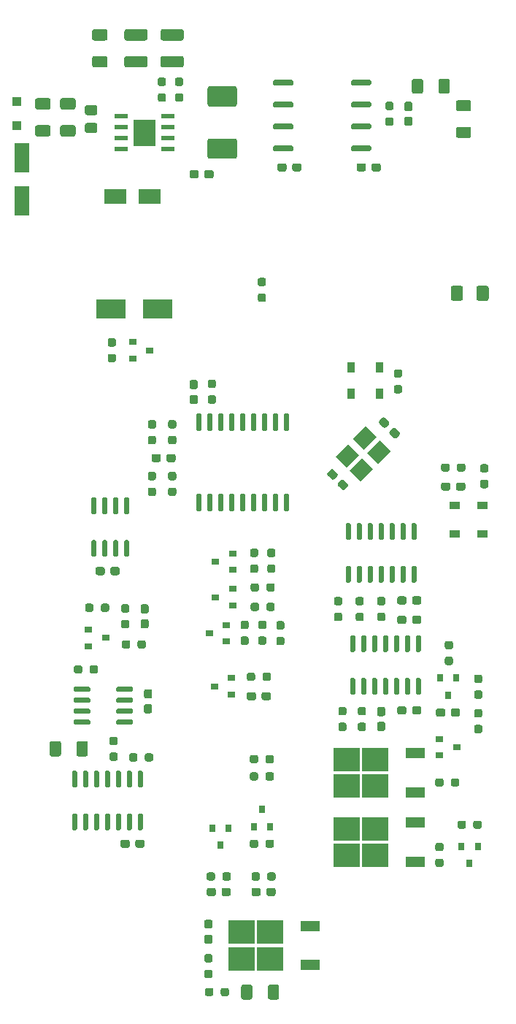
<source format=gtp>
G04 #@! TF.GenerationSoftware,KiCad,Pcbnew,(5.1.10)-1*
G04 #@! TF.CreationDate,2022-01-30T14:23:45-06:00*
G04 #@! TF.ProjectId,22-ELC-1-01-R1,32322d45-4c43-42d3-912d-30312d52312e,rev?*
G04 #@! TF.SameCoordinates,Original*
G04 #@! TF.FileFunction,Paste,Top*
G04 #@! TF.FilePolarity,Positive*
%FSLAX46Y46*%
G04 Gerber Fmt 4.6, Leading zero omitted, Abs format (unit mm)*
G04 Created by KiCad (PCBNEW (5.1.10)-1) date 2022-01-30 14:23:45*
%MOMM*%
%LPD*%
G01*
G04 APERTURE LIST*
%ADD10R,2.500000X1.800000*%
%ADD11R,1.100000X1.100000*%
%ADD12R,1.800000X3.500000*%
%ADD13R,1.200000X0.900000*%
%ADD14R,0.900000X1.200000*%
%ADD15R,3.500000X2.300000*%
%ADD16R,0.900000X0.800000*%
%ADD17R,0.800000X0.900000*%
%ADD18R,2.200000X1.200000*%
%ADD19R,3.050000X2.750000*%
%ADD20R,2.600000X3.100000*%
%ADD21R,1.550000X0.600000*%
%ADD22C,0.100000*%
G04 APERTURE END LIST*
G36*
G01*
X112100000Y-141025000D02*
X112100000Y-139775000D01*
G75*
G02*
X112350000Y-139525000I250000J0D01*
G01*
X113150000Y-139525000D01*
G75*
G02*
X113400000Y-139775000I0J-250000D01*
G01*
X113400000Y-141025000D01*
G75*
G02*
X113150000Y-141275000I-250000J0D01*
G01*
X112350000Y-141275000D01*
G75*
G02*
X112100000Y-141025000I0J250000D01*
G01*
G37*
G36*
G01*
X109000000Y-141025000D02*
X109000000Y-139775000D01*
G75*
G02*
X109250000Y-139525000I250000J0D01*
G01*
X110050000Y-139525000D01*
G75*
G02*
X110300000Y-139775000I0J-250000D01*
G01*
X110300000Y-141025000D01*
G75*
G02*
X110050000Y-141275000I-250000J0D01*
G01*
X109250000Y-141275000D01*
G75*
G02*
X109000000Y-141025000I0J250000D01*
G01*
G37*
G36*
G01*
X88249999Y-39900000D02*
X89550001Y-39900000D01*
G75*
G02*
X89800000Y-40149999I0J-249999D01*
G01*
X89800000Y-40975001D01*
G75*
G02*
X89550001Y-41225000I-249999J0D01*
G01*
X88249999Y-41225000D01*
G75*
G02*
X88000000Y-40975001I0J249999D01*
G01*
X88000000Y-40149999D01*
G75*
G02*
X88249999Y-39900000I249999J0D01*
G01*
G37*
G36*
G01*
X88249999Y-36775000D02*
X89550001Y-36775000D01*
G75*
G02*
X89800000Y-37024999I0J-249999D01*
G01*
X89800000Y-37850001D01*
G75*
G02*
X89550001Y-38100000I-249999J0D01*
G01*
X88249999Y-38100000D01*
G75*
G02*
X88000000Y-37850001I0J249999D01*
G01*
X88000000Y-37024999D01*
G75*
G02*
X88249999Y-36775000I249999J0D01*
G01*
G37*
G36*
G01*
X91225000Y-111549997D02*
X91225000Y-112850003D01*
G75*
G02*
X90975003Y-113100000I-249997J0D01*
G01*
X90149997Y-113100000D01*
G75*
G02*
X89900000Y-112850003I0J249997D01*
G01*
X89900000Y-111549997D01*
G75*
G02*
X90149997Y-111300000I249997J0D01*
G01*
X90975003Y-111300000D01*
G75*
G02*
X91225000Y-111549997I0J-249997D01*
G01*
G37*
G36*
G01*
X88100000Y-111549997D02*
X88100000Y-112850003D01*
G75*
G02*
X87850003Y-113100000I-249997J0D01*
G01*
X87024997Y-113100000D01*
G75*
G02*
X86775000Y-112850003I0J249997D01*
G01*
X86775000Y-111549997D01*
G75*
G02*
X87024997Y-111300000I249997J0D01*
G01*
X87850003Y-111300000D01*
G75*
G02*
X88100000Y-111549997I0J-249997D01*
G01*
G37*
G36*
G01*
X93250001Y-30100000D02*
X91949999Y-30100000D01*
G75*
G02*
X91700000Y-29850001I0J249999D01*
G01*
X91700000Y-29024999D01*
G75*
G02*
X91949999Y-28775000I249999J0D01*
G01*
X93250001Y-28775000D01*
G75*
G02*
X93500000Y-29024999I0J-249999D01*
G01*
X93500000Y-29850001D01*
G75*
G02*
X93250001Y-30100000I-249999J0D01*
G01*
G37*
G36*
G01*
X93250001Y-33225000D02*
X91949999Y-33225000D01*
G75*
G02*
X91700000Y-32975001I0J249999D01*
G01*
X91700000Y-32149999D01*
G75*
G02*
X91949999Y-31900000I249999J0D01*
G01*
X93250001Y-31900000D01*
G75*
G02*
X93500000Y-32149999I0J-249999D01*
G01*
X93500000Y-32975001D01*
G75*
G02*
X93250001Y-33225000I-249999J0D01*
G01*
G37*
G36*
G01*
X85349999Y-39900000D02*
X86650001Y-39900000D01*
G75*
G02*
X86900000Y-40149999I0J-249999D01*
G01*
X86900000Y-40975001D01*
G75*
G02*
X86650001Y-41225000I-249999J0D01*
G01*
X85349999Y-41225000D01*
G75*
G02*
X85100000Y-40975001I0J249999D01*
G01*
X85100000Y-40149999D01*
G75*
G02*
X85349999Y-39900000I249999J0D01*
G01*
G37*
G36*
G01*
X85349999Y-36775000D02*
X86650001Y-36775000D01*
G75*
G02*
X86900000Y-37024999I0J-249999D01*
G01*
X86900000Y-37850001D01*
G75*
G02*
X86650001Y-38100000I-249999J0D01*
G01*
X85349999Y-38100000D01*
G75*
G02*
X85100000Y-37850001I0J249999D01*
G01*
X85100000Y-37024999D01*
G75*
G02*
X85349999Y-36775000I249999J0D01*
G01*
G37*
D10*
X98400000Y-48200000D03*
X94400000Y-48200000D03*
D11*
X83000000Y-37200000D03*
X83000000Y-40000000D03*
G36*
G01*
X129410000Y-99050000D02*
X129710000Y-99050000D01*
G75*
G02*
X129860000Y-99200000I0J-150000D01*
G01*
X129860000Y-100850000D01*
G75*
G02*
X129710000Y-101000000I-150000J0D01*
G01*
X129410000Y-101000000D01*
G75*
G02*
X129260000Y-100850000I0J150000D01*
G01*
X129260000Y-99200000D01*
G75*
G02*
X129410000Y-99050000I150000J0D01*
G01*
G37*
G36*
G01*
X128140000Y-99050000D02*
X128440000Y-99050000D01*
G75*
G02*
X128590000Y-99200000I0J-150000D01*
G01*
X128590000Y-100850000D01*
G75*
G02*
X128440000Y-101000000I-150000J0D01*
G01*
X128140000Y-101000000D01*
G75*
G02*
X127990000Y-100850000I0J150000D01*
G01*
X127990000Y-99200000D01*
G75*
G02*
X128140000Y-99050000I150000J0D01*
G01*
G37*
G36*
G01*
X126870000Y-99050000D02*
X127170000Y-99050000D01*
G75*
G02*
X127320000Y-99200000I0J-150000D01*
G01*
X127320000Y-100850000D01*
G75*
G02*
X127170000Y-101000000I-150000J0D01*
G01*
X126870000Y-101000000D01*
G75*
G02*
X126720000Y-100850000I0J150000D01*
G01*
X126720000Y-99200000D01*
G75*
G02*
X126870000Y-99050000I150000J0D01*
G01*
G37*
G36*
G01*
X125600000Y-99050000D02*
X125900000Y-99050000D01*
G75*
G02*
X126050000Y-99200000I0J-150000D01*
G01*
X126050000Y-100850000D01*
G75*
G02*
X125900000Y-101000000I-150000J0D01*
G01*
X125600000Y-101000000D01*
G75*
G02*
X125450000Y-100850000I0J150000D01*
G01*
X125450000Y-99200000D01*
G75*
G02*
X125600000Y-99050000I150000J0D01*
G01*
G37*
G36*
G01*
X124330000Y-99050000D02*
X124630000Y-99050000D01*
G75*
G02*
X124780000Y-99200000I0J-150000D01*
G01*
X124780000Y-100850000D01*
G75*
G02*
X124630000Y-101000000I-150000J0D01*
G01*
X124330000Y-101000000D01*
G75*
G02*
X124180000Y-100850000I0J150000D01*
G01*
X124180000Y-99200000D01*
G75*
G02*
X124330000Y-99050000I150000J0D01*
G01*
G37*
G36*
G01*
X123060000Y-99050000D02*
X123360000Y-99050000D01*
G75*
G02*
X123510000Y-99200000I0J-150000D01*
G01*
X123510000Y-100850000D01*
G75*
G02*
X123360000Y-101000000I-150000J0D01*
G01*
X123060000Y-101000000D01*
G75*
G02*
X122910000Y-100850000I0J150000D01*
G01*
X122910000Y-99200000D01*
G75*
G02*
X123060000Y-99050000I150000J0D01*
G01*
G37*
G36*
G01*
X121790000Y-99050000D02*
X122090000Y-99050000D01*
G75*
G02*
X122240000Y-99200000I0J-150000D01*
G01*
X122240000Y-100850000D01*
G75*
G02*
X122090000Y-101000000I-150000J0D01*
G01*
X121790000Y-101000000D01*
G75*
G02*
X121640000Y-100850000I0J150000D01*
G01*
X121640000Y-99200000D01*
G75*
G02*
X121790000Y-99050000I150000J0D01*
G01*
G37*
G36*
G01*
X121790000Y-104000000D02*
X122090000Y-104000000D01*
G75*
G02*
X122240000Y-104150000I0J-150000D01*
G01*
X122240000Y-105800000D01*
G75*
G02*
X122090000Y-105950000I-150000J0D01*
G01*
X121790000Y-105950000D01*
G75*
G02*
X121640000Y-105800000I0J150000D01*
G01*
X121640000Y-104150000D01*
G75*
G02*
X121790000Y-104000000I150000J0D01*
G01*
G37*
G36*
G01*
X123060000Y-104000000D02*
X123360000Y-104000000D01*
G75*
G02*
X123510000Y-104150000I0J-150000D01*
G01*
X123510000Y-105800000D01*
G75*
G02*
X123360000Y-105950000I-150000J0D01*
G01*
X123060000Y-105950000D01*
G75*
G02*
X122910000Y-105800000I0J150000D01*
G01*
X122910000Y-104150000D01*
G75*
G02*
X123060000Y-104000000I150000J0D01*
G01*
G37*
G36*
G01*
X124330000Y-104000000D02*
X124630000Y-104000000D01*
G75*
G02*
X124780000Y-104150000I0J-150000D01*
G01*
X124780000Y-105800000D01*
G75*
G02*
X124630000Y-105950000I-150000J0D01*
G01*
X124330000Y-105950000D01*
G75*
G02*
X124180000Y-105800000I0J150000D01*
G01*
X124180000Y-104150000D01*
G75*
G02*
X124330000Y-104000000I150000J0D01*
G01*
G37*
G36*
G01*
X125600000Y-104000000D02*
X125900000Y-104000000D01*
G75*
G02*
X126050000Y-104150000I0J-150000D01*
G01*
X126050000Y-105800000D01*
G75*
G02*
X125900000Y-105950000I-150000J0D01*
G01*
X125600000Y-105950000D01*
G75*
G02*
X125450000Y-105800000I0J150000D01*
G01*
X125450000Y-104150000D01*
G75*
G02*
X125600000Y-104000000I150000J0D01*
G01*
G37*
G36*
G01*
X126870000Y-104000000D02*
X127170000Y-104000000D01*
G75*
G02*
X127320000Y-104150000I0J-150000D01*
G01*
X127320000Y-105800000D01*
G75*
G02*
X127170000Y-105950000I-150000J0D01*
G01*
X126870000Y-105950000D01*
G75*
G02*
X126720000Y-105800000I0J150000D01*
G01*
X126720000Y-104150000D01*
G75*
G02*
X126870000Y-104000000I150000J0D01*
G01*
G37*
G36*
G01*
X128140000Y-104000000D02*
X128440000Y-104000000D01*
G75*
G02*
X128590000Y-104150000I0J-150000D01*
G01*
X128590000Y-105800000D01*
G75*
G02*
X128440000Y-105950000I-150000J0D01*
G01*
X128140000Y-105950000D01*
G75*
G02*
X127990000Y-105800000I0J150000D01*
G01*
X127990000Y-104150000D01*
G75*
G02*
X128140000Y-104000000I150000J0D01*
G01*
G37*
G36*
G01*
X129410000Y-104000000D02*
X129710000Y-104000000D01*
G75*
G02*
X129860000Y-104150000I0J-150000D01*
G01*
X129860000Y-105800000D01*
G75*
G02*
X129710000Y-105950000I-150000J0D01*
G01*
X129410000Y-105950000D01*
G75*
G02*
X129260000Y-105800000I0J150000D01*
G01*
X129260000Y-104150000D01*
G75*
G02*
X129410000Y-104000000I150000J0D01*
G01*
G37*
G36*
G01*
X132200000Y-82037500D02*
X132200000Y-81562500D01*
G75*
G02*
X132437500Y-81325000I237500J0D01*
G01*
X133037500Y-81325000D01*
G75*
G02*
X133275000Y-81562500I0J-237500D01*
G01*
X133275000Y-82037500D01*
G75*
G02*
X133037500Y-82275000I-237500J0D01*
G01*
X132437500Y-82275000D01*
G75*
G02*
X132200000Y-82037500I0J237500D01*
G01*
G37*
G36*
G01*
X133925000Y-82037500D02*
X133925000Y-81562500D01*
G75*
G02*
X134162500Y-81325000I237500J0D01*
G01*
X134762500Y-81325000D01*
G75*
G02*
X135000000Y-81562500I0J-237500D01*
G01*
X135000000Y-82037500D01*
G75*
G02*
X134762500Y-82275000I-237500J0D01*
G01*
X134162500Y-82275000D01*
G75*
G02*
X133925000Y-82037500I0J237500D01*
G01*
G37*
G36*
G01*
X91125000Y-37575000D02*
X92075000Y-37575000D01*
G75*
G02*
X92325000Y-37825000I0J-250000D01*
G01*
X92325000Y-38500000D01*
G75*
G02*
X92075000Y-38750000I-250000J0D01*
G01*
X91125000Y-38750000D01*
G75*
G02*
X90875000Y-38500000I0J250000D01*
G01*
X90875000Y-37825000D01*
G75*
G02*
X91125000Y-37575000I250000J0D01*
G01*
G37*
G36*
G01*
X91125000Y-39650000D02*
X92075000Y-39650000D01*
G75*
G02*
X92325000Y-39900000I0J-250000D01*
G01*
X92325000Y-40575000D01*
G75*
G02*
X92075000Y-40825000I-250000J0D01*
G01*
X91125000Y-40825000D01*
G75*
G02*
X90875000Y-40575000I0J250000D01*
G01*
X90875000Y-39900000D01*
G75*
G02*
X91125000Y-39650000I250000J0D01*
G01*
G37*
G36*
G01*
X104075000Y-45362500D02*
X104075000Y-45837500D01*
G75*
G02*
X103837500Y-46075000I-237500J0D01*
G01*
X103237500Y-46075000D01*
G75*
G02*
X103000000Y-45837500I0J237500D01*
G01*
X103000000Y-45362500D01*
G75*
G02*
X103237500Y-45125000I237500J0D01*
G01*
X103837500Y-45125000D01*
G75*
G02*
X104075000Y-45362500I0J-237500D01*
G01*
G37*
G36*
G01*
X105800000Y-45362500D02*
X105800000Y-45837500D01*
G75*
G02*
X105562500Y-46075000I-237500J0D01*
G01*
X104962500Y-46075000D01*
G75*
G02*
X104725000Y-45837500I0J237500D01*
G01*
X104725000Y-45362500D01*
G75*
G02*
X104962500Y-45125000I237500J0D01*
G01*
X105562500Y-45125000D01*
G75*
G02*
X105800000Y-45362500I0J-237500D01*
G01*
G37*
G36*
G01*
X102100003Y-33225000D02*
X99899997Y-33225000D01*
G75*
G02*
X99650000Y-32975003I0J249997D01*
G01*
X99650000Y-32149997D01*
G75*
G02*
X99899997Y-31900000I249997J0D01*
G01*
X102100003Y-31900000D01*
G75*
G02*
X102350000Y-32149997I0J-249997D01*
G01*
X102350000Y-32975003D01*
G75*
G02*
X102100003Y-33225000I-249997J0D01*
G01*
G37*
G36*
G01*
X102100003Y-30100000D02*
X99899997Y-30100000D01*
G75*
G02*
X99650000Y-29850003I0J249997D01*
G01*
X99650000Y-29024997D01*
G75*
G02*
X99899997Y-28775000I249997J0D01*
G01*
X102100003Y-28775000D01*
G75*
G02*
X102350000Y-29024997I0J-249997D01*
G01*
X102350000Y-29850003D01*
G75*
G02*
X102100003Y-30100000I-249997J0D01*
G01*
G37*
G36*
G01*
X97900003Y-33225000D02*
X95699997Y-33225000D01*
G75*
G02*
X95450000Y-32975003I0J249997D01*
G01*
X95450000Y-32149997D01*
G75*
G02*
X95699997Y-31900000I249997J0D01*
G01*
X97900003Y-31900000D01*
G75*
G02*
X98150000Y-32149997I0J-249997D01*
G01*
X98150000Y-32975003D01*
G75*
G02*
X97900003Y-33225000I-249997J0D01*
G01*
G37*
G36*
G01*
X97900003Y-30100000D02*
X95699997Y-30100000D01*
G75*
G02*
X95450000Y-29850003I0J249997D01*
G01*
X95450000Y-29024997D01*
G75*
G02*
X95699997Y-28775000I249997J0D01*
G01*
X97900003Y-28775000D01*
G75*
G02*
X98150000Y-29024997I0J-249997D01*
G01*
X98150000Y-29850003D01*
G75*
G02*
X97900003Y-30100000I-249997J0D01*
G01*
G37*
G36*
G01*
X111375000Y-106337500D02*
X111375000Y-105862500D01*
G75*
G02*
X111612500Y-105625000I237500J0D01*
G01*
X112212500Y-105625000D01*
G75*
G02*
X112450000Y-105862500I0J-237500D01*
G01*
X112450000Y-106337500D01*
G75*
G02*
X112212500Y-106575000I-237500J0D01*
G01*
X111612500Y-106575000D01*
G75*
G02*
X111375000Y-106337500I0J237500D01*
G01*
G37*
G36*
G01*
X109650000Y-106337500D02*
X109650000Y-105862500D01*
G75*
G02*
X109887500Y-105625000I237500J0D01*
G01*
X110487500Y-105625000D01*
G75*
G02*
X110725000Y-105862500I0J-237500D01*
G01*
X110725000Y-106337500D01*
G75*
G02*
X110487500Y-106575000I-237500J0D01*
G01*
X109887500Y-106575000D01*
G75*
G02*
X109650000Y-106337500I0J237500D01*
G01*
G37*
G36*
G01*
X127100000Y-95237500D02*
X127100000Y-94762500D01*
G75*
G02*
X127337500Y-94525000I237500J0D01*
G01*
X127937500Y-94525000D01*
G75*
G02*
X128175000Y-94762500I0J-237500D01*
G01*
X128175000Y-95237500D01*
G75*
G02*
X127937500Y-95475000I-237500J0D01*
G01*
X127337500Y-95475000D01*
G75*
G02*
X127100000Y-95237500I0J237500D01*
G01*
G37*
G36*
G01*
X128825000Y-95237500D02*
X128825000Y-94762500D01*
G75*
G02*
X129062500Y-94525000I237500J0D01*
G01*
X129662500Y-94525000D01*
G75*
G02*
X129900000Y-94762500I0J-237500D01*
G01*
X129900000Y-95237500D01*
G75*
G02*
X129662500Y-95475000I-237500J0D01*
G01*
X129062500Y-95475000D01*
G75*
G02*
X128825000Y-95237500I0J237500D01*
G01*
G37*
G36*
G01*
X127100000Y-107987500D02*
X127100000Y-107512500D01*
G75*
G02*
X127337500Y-107275000I237500J0D01*
G01*
X127937500Y-107275000D01*
G75*
G02*
X128175000Y-107512500I0J-237500D01*
G01*
X128175000Y-107987500D01*
G75*
G02*
X127937500Y-108225000I-237500J0D01*
G01*
X127337500Y-108225000D01*
G75*
G02*
X127100000Y-107987500I0J237500D01*
G01*
G37*
G36*
G01*
X128825000Y-107987500D02*
X128825000Y-107512500D01*
G75*
G02*
X129062500Y-107275000I237500J0D01*
G01*
X129662500Y-107275000D01*
G75*
G02*
X129900000Y-107512500I0J-237500D01*
G01*
X129900000Y-107987500D01*
G75*
G02*
X129662500Y-108225000I-237500J0D01*
G01*
X129062500Y-108225000D01*
G75*
G02*
X128825000Y-107987500I0J237500D01*
G01*
G37*
G36*
G01*
X128175000Y-97012500D02*
X128175000Y-97487500D01*
G75*
G02*
X127937500Y-97725000I-237500J0D01*
G01*
X127337500Y-97725000D01*
G75*
G02*
X127100000Y-97487500I0J237500D01*
G01*
X127100000Y-97012500D01*
G75*
G02*
X127337500Y-96775000I237500J0D01*
G01*
X127937500Y-96775000D01*
G75*
G02*
X128175000Y-97012500I0J-237500D01*
G01*
G37*
G36*
G01*
X129900000Y-97012500D02*
X129900000Y-97487500D01*
G75*
G02*
X129662500Y-97725000I-237500J0D01*
G01*
X129062500Y-97725000D01*
G75*
G02*
X128825000Y-97487500I0J237500D01*
G01*
X128825000Y-97012500D01*
G75*
G02*
X129062500Y-96775000I237500J0D01*
G01*
X129662500Y-96775000D01*
G75*
G02*
X129900000Y-97012500I0J-237500D01*
G01*
G37*
G36*
G01*
X125487500Y-110150000D02*
X125012500Y-110150000D01*
G75*
G02*
X124775000Y-109912500I0J237500D01*
G01*
X124775000Y-109312500D01*
G75*
G02*
X125012500Y-109075000I237500J0D01*
G01*
X125487500Y-109075000D01*
G75*
G02*
X125725000Y-109312500I0J-237500D01*
G01*
X125725000Y-109912500D01*
G75*
G02*
X125487500Y-110150000I-237500J0D01*
G01*
G37*
G36*
G01*
X125487500Y-108425000D02*
X125012500Y-108425000D01*
G75*
G02*
X124775000Y-108187500I0J237500D01*
G01*
X124775000Y-107587500D01*
G75*
G02*
X125012500Y-107350000I237500J0D01*
G01*
X125487500Y-107350000D01*
G75*
G02*
X125725000Y-107587500I0J-237500D01*
G01*
X125725000Y-108187500D01*
G75*
G02*
X125487500Y-108425000I-237500J0D01*
G01*
G37*
G36*
G01*
X134400000Y-107762500D02*
X134400000Y-108237500D01*
G75*
G02*
X134162500Y-108475000I-237500J0D01*
G01*
X133562500Y-108475000D01*
G75*
G02*
X133325000Y-108237500I0J237500D01*
G01*
X133325000Y-107762500D01*
G75*
G02*
X133562500Y-107525000I237500J0D01*
G01*
X134162500Y-107525000D01*
G75*
G02*
X134400000Y-107762500I0J-237500D01*
G01*
G37*
G36*
G01*
X132675000Y-107762500D02*
X132675000Y-108237500D01*
G75*
G02*
X132437500Y-108475000I-237500J0D01*
G01*
X131837500Y-108475000D01*
G75*
G02*
X131600000Y-108237500I0J237500D01*
G01*
X131600000Y-107762500D01*
G75*
G02*
X131837500Y-107525000I237500J0D01*
G01*
X132437500Y-107525000D01*
G75*
G02*
X132675000Y-107762500I0J-237500D01*
G01*
G37*
G36*
G01*
X97962500Y-107025000D02*
X98437500Y-107025000D01*
G75*
G02*
X98675000Y-107262500I0J-237500D01*
G01*
X98675000Y-107862500D01*
G75*
G02*
X98437500Y-108100000I-237500J0D01*
G01*
X97962500Y-108100000D01*
G75*
G02*
X97725000Y-107862500I0J237500D01*
G01*
X97725000Y-107262500D01*
G75*
G02*
X97962500Y-107025000I237500J0D01*
G01*
G37*
G36*
G01*
X97962500Y-105300000D02*
X98437500Y-105300000D01*
G75*
G02*
X98675000Y-105537500I0J-237500D01*
G01*
X98675000Y-106137500D01*
G75*
G02*
X98437500Y-106375000I-237500J0D01*
G01*
X97962500Y-106375000D01*
G75*
G02*
X97725000Y-106137500I0J237500D01*
G01*
X97725000Y-105537500D01*
G75*
G02*
X97962500Y-105300000I237500J0D01*
G01*
G37*
G36*
G01*
X96075000Y-122962500D02*
X96075000Y-123437500D01*
G75*
G02*
X95837500Y-123675000I-237500J0D01*
G01*
X95237500Y-123675000D01*
G75*
G02*
X95000000Y-123437500I0J237500D01*
G01*
X95000000Y-122962500D01*
G75*
G02*
X95237500Y-122725000I237500J0D01*
G01*
X95837500Y-122725000D01*
G75*
G02*
X96075000Y-122962500I0J-237500D01*
G01*
G37*
G36*
G01*
X97800000Y-122962500D02*
X97800000Y-123437500D01*
G75*
G02*
X97562500Y-123675000I-237500J0D01*
G01*
X96962500Y-123675000D01*
G75*
G02*
X96725000Y-123437500I0J237500D01*
G01*
X96725000Y-122962500D01*
G75*
G02*
X96962500Y-122725000I237500J0D01*
G01*
X97562500Y-122725000D01*
G75*
G02*
X97800000Y-122962500I0J-237500D01*
G01*
G37*
G36*
G01*
X127348008Y-75822012D02*
X127012132Y-76157888D01*
G75*
G02*
X126676256Y-76157888I-167938J167938D01*
G01*
X126251992Y-75733624D01*
G75*
G02*
X126251992Y-75397748I167938J167938D01*
G01*
X126587868Y-75061872D01*
G75*
G02*
X126923744Y-75061872I167938J-167938D01*
G01*
X127348008Y-75486136D01*
G75*
G02*
X127348008Y-75822012I-167938J-167938D01*
G01*
G37*
G36*
G01*
X126128248Y-74602252D02*
X125792372Y-74938128D01*
G75*
G02*
X125456496Y-74938128I-167938J167938D01*
G01*
X125032232Y-74513864D01*
G75*
G02*
X125032232Y-74177988I167938J167938D01*
G01*
X125368108Y-73842112D01*
G75*
G02*
X125703984Y-73842112I167938J-167938D01*
G01*
X126128248Y-74266376D01*
G75*
G02*
X126128248Y-74602252I-167938J-167938D01*
G01*
G37*
G36*
G01*
X120138128Y-80602252D02*
X119802252Y-80938128D01*
G75*
G02*
X119466376Y-80938128I-167938J167938D01*
G01*
X119042112Y-80513864D01*
G75*
G02*
X119042112Y-80177988I167938J167938D01*
G01*
X119377988Y-79842112D01*
G75*
G02*
X119713864Y-79842112I167938J-167938D01*
G01*
X120138128Y-80266376D01*
G75*
G02*
X120138128Y-80602252I-167938J-167938D01*
G01*
G37*
G36*
G01*
X121357888Y-81822012D02*
X121022012Y-82157888D01*
G75*
G02*
X120686136Y-82157888I-167938J167938D01*
G01*
X120261872Y-81733624D01*
G75*
G02*
X120261872Y-81397748I167938J167938D01*
G01*
X120597748Y-81061872D01*
G75*
G02*
X120933624Y-81061872I167938J-167938D01*
G01*
X121357888Y-81486136D01*
G75*
G02*
X121357888Y-81822012I-167938J-167938D01*
G01*
G37*
G36*
G01*
X103262500Y-69437500D02*
X103737500Y-69437500D01*
G75*
G02*
X103975000Y-69675000I0J-237500D01*
G01*
X103975000Y-70275000D01*
G75*
G02*
X103737500Y-70512500I-237500J0D01*
G01*
X103262500Y-70512500D01*
G75*
G02*
X103025000Y-70275000I0J237500D01*
G01*
X103025000Y-69675000D01*
G75*
G02*
X103262500Y-69437500I237500J0D01*
G01*
G37*
G36*
G01*
X103262500Y-71162500D02*
X103737500Y-71162500D01*
G75*
G02*
X103975000Y-71400000I0J-237500D01*
G01*
X103975000Y-72000000D01*
G75*
G02*
X103737500Y-72237500I-237500J0D01*
G01*
X103262500Y-72237500D01*
G75*
G02*
X103025000Y-72000000I0J237500D01*
G01*
X103025000Y-71400000D01*
G75*
G02*
X103262500Y-71162500I237500J0D01*
G01*
G37*
G36*
G01*
X92100000Y-91837500D02*
X92100000Y-91362500D01*
G75*
G02*
X92337500Y-91125000I237500J0D01*
G01*
X92937500Y-91125000D01*
G75*
G02*
X93175000Y-91362500I0J-237500D01*
G01*
X93175000Y-91837500D01*
G75*
G02*
X92937500Y-92075000I-237500J0D01*
G01*
X92337500Y-92075000D01*
G75*
G02*
X92100000Y-91837500I0J237500D01*
G01*
G37*
G36*
G01*
X93825000Y-91837500D02*
X93825000Y-91362500D01*
G75*
G02*
X94062500Y-91125000I237500J0D01*
G01*
X94662500Y-91125000D01*
G75*
G02*
X94900000Y-91362500I0J-237500D01*
G01*
X94900000Y-91837500D01*
G75*
G02*
X94662500Y-92075000I-237500J0D01*
G01*
X94062500Y-92075000D01*
G75*
G02*
X93825000Y-91837500I0J237500D01*
G01*
G37*
G36*
G01*
X100325000Y-78737500D02*
X100325000Y-78262500D01*
G75*
G02*
X100562500Y-78025000I237500J0D01*
G01*
X101162500Y-78025000D01*
G75*
G02*
X101400000Y-78262500I0J-237500D01*
G01*
X101400000Y-78737500D01*
G75*
G02*
X101162500Y-78975000I-237500J0D01*
G01*
X100562500Y-78975000D01*
G75*
G02*
X100325000Y-78737500I0J237500D01*
G01*
G37*
G36*
G01*
X98600000Y-78737500D02*
X98600000Y-78262500D01*
G75*
G02*
X98837500Y-78025000I237500J0D01*
G01*
X99437500Y-78025000D01*
G75*
G02*
X99675000Y-78262500I0J-237500D01*
G01*
X99675000Y-78737500D01*
G75*
G02*
X99437500Y-78975000I-237500J0D01*
G01*
X98837500Y-78975000D01*
G75*
G02*
X98600000Y-78737500I0J237500D01*
G01*
G37*
G36*
G01*
X128637500Y-38275000D02*
X128162500Y-38275000D01*
G75*
G02*
X127925000Y-38037500I0J237500D01*
G01*
X127925000Y-37437500D01*
G75*
G02*
X128162500Y-37200000I237500J0D01*
G01*
X128637500Y-37200000D01*
G75*
G02*
X128875000Y-37437500I0J-237500D01*
G01*
X128875000Y-38037500D01*
G75*
G02*
X128637500Y-38275000I-237500J0D01*
G01*
G37*
G36*
G01*
X128637500Y-40000000D02*
X128162500Y-40000000D01*
G75*
G02*
X127925000Y-39762500I0J237500D01*
G01*
X127925000Y-39162500D01*
G75*
G02*
X128162500Y-38925000I237500J0D01*
G01*
X128637500Y-38925000D01*
G75*
G02*
X128875000Y-39162500I0J-237500D01*
G01*
X128875000Y-39762500D01*
G75*
G02*
X128637500Y-40000000I-237500J0D01*
G01*
G37*
G36*
G01*
X123475000Y-44562500D02*
X123475000Y-45037500D01*
G75*
G02*
X123237500Y-45275000I-237500J0D01*
G01*
X122637500Y-45275000D01*
G75*
G02*
X122400000Y-45037500I0J237500D01*
G01*
X122400000Y-44562500D01*
G75*
G02*
X122637500Y-44325000I237500J0D01*
G01*
X123237500Y-44325000D01*
G75*
G02*
X123475000Y-44562500I0J-237500D01*
G01*
G37*
G36*
G01*
X125200000Y-44562500D02*
X125200000Y-45037500D01*
G75*
G02*
X124962500Y-45275000I-237500J0D01*
G01*
X124362500Y-45275000D01*
G75*
G02*
X124125000Y-45037500I0J237500D01*
G01*
X124125000Y-44562500D01*
G75*
G02*
X124362500Y-44325000I237500J0D01*
G01*
X124962500Y-44325000D01*
G75*
G02*
X125200000Y-44562500I0J-237500D01*
G01*
G37*
G36*
G01*
X116000000Y-44562500D02*
X116000000Y-45037500D01*
G75*
G02*
X115762500Y-45275000I-237500J0D01*
G01*
X115162500Y-45275000D01*
G75*
G02*
X114925000Y-45037500I0J237500D01*
G01*
X114925000Y-44562500D01*
G75*
G02*
X115162500Y-44325000I237500J0D01*
G01*
X115762500Y-44325000D01*
G75*
G02*
X116000000Y-44562500I0J-237500D01*
G01*
G37*
G36*
G01*
X114275000Y-44562500D02*
X114275000Y-45037500D01*
G75*
G02*
X114037500Y-45275000I-237500J0D01*
G01*
X113437500Y-45275000D01*
G75*
G02*
X113200000Y-45037500I0J237500D01*
G01*
X113200000Y-44562500D01*
G75*
G02*
X113437500Y-44325000I237500J0D01*
G01*
X114037500Y-44325000D01*
G75*
G02*
X114275000Y-44562500I0J-237500D01*
G01*
G37*
G36*
G01*
X106725000Y-129037500D02*
X106725000Y-128562500D01*
G75*
G02*
X106962500Y-128325000I237500J0D01*
G01*
X107562500Y-128325000D01*
G75*
G02*
X107800000Y-128562500I0J-237500D01*
G01*
X107800000Y-129037500D01*
G75*
G02*
X107562500Y-129275000I-237500J0D01*
G01*
X106962500Y-129275000D01*
G75*
G02*
X106725000Y-129037500I0J237500D01*
G01*
G37*
G36*
G01*
X105000000Y-129037500D02*
X105000000Y-128562500D01*
G75*
G02*
X105237500Y-128325000I237500J0D01*
G01*
X105837500Y-128325000D01*
G75*
G02*
X106075000Y-128562500I0J-237500D01*
G01*
X106075000Y-129037500D01*
G75*
G02*
X105837500Y-129275000I-237500J0D01*
G01*
X105237500Y-129275000D01*
G75*
G02*
X105000000Y-129037500I0J237500D01*
G01*
G37*
G36*
G01*
X113000000Y-128562500D02*
X113000000Y-129037500D01*
G75*
G02*
X112762500Y-129275000I-237500J0D01*
G01*
X112162500Y-129275000D01*
G75*
G02*
X111925000Y-129037500I0J237500D01*
G01*
X111925000Y-128562500D01*
G75*
G02*
X112162500Y-128325000I237500J0D01*
G01*
X112762500Y-128325000D01*
G75*
G02*
X113000000Y-128562500I0J-237500D01*
G01*
G37*
G36*
G01*
X111275000Y-128562500D02*
X111275000Y-129037500D01*
G75*
G02*
X111037500Y-129275000I-237500J0D01*
G01*
X110437500Y-129275000D01*
G75*
G02*
X110200000Y-129037500I0J237500D01*
G01*
X110200000Y-128562500D01*
G75*
G02*
X110437500Y-128325000I237500J0D01*
G01*
X111037500Y-128325000D01*
G75*
G02*
X111275000Y-128562500I0J-237500D01*
G01*
G37*
G36*
G01*
X98037500Y-96525000D02*
X97562500Y-96525000D01*
G75*
G02*
X97325000Y-96287500I0J237500D01*
G01*
X97325000Y-95687500D01*
G75*
G02*
X97562500Y-95450000I237500J0D01*
G01*
X98037500Y-95450000D01*
G75*
G02*
X98275000Y-95687500I0J-237500D01*
G01*
X98275000Y-96287500D01*
G75*
G02*
X98037500Y-96525000I-237500J0D01*
G01*
G37*
G36*
G01*
X98037500Y-98250000D02*
X97562500Y-98250000D01*
G75*
G02*
X97325000Y-98012500I0J237500D01*
G01*
X97325000Y-97412500D01*
G75*
G02*
X97562500Y-97175000I237500J0D01*
G01*
X98037500Y-97175000D01*
G75*
G02*
X98275000Y-97412500I0J-237500D01*
G01*
X98275000Y-98012500D01*
G75*
G02*
X98037500Y-98250000I-237500J0D01*
G01*
G37*
D12*
X83600000Y-43700000D03*
X83600000Y-48700000D03*
D13*
X137000000Y-83950000D03*
X137000000Y-87250000D03*
X133800000Y-83950000D03*
X133800000Y-87250000D03*
D14*
X125050000Y-71000000D03*
X121750000Y-71000000D03*
X125050000Y-68000000D03*
X121750000Y-68000000D03*
D15*
X93900000Y-61200000D03*
X99300000Y-61200000D03*
G36*
G01*
X104962500Y-132000000D02*
X105437500Y-132000000D01*
G75*
G02*
X105675000Y-132237500I0J-237500D01*
G01*
X105675000Y-132812500D01*
G75*
G02*
X105437500Y-133050000I-237500J0D01*
G01*
X104962500Y-133050000D01*
G75*
G02*
X104725000Y-132812500I0J237500D01*
G01*
X104725000Y-132237500D01*
G75*
G02*
X104962500Y-132000000I237500J0D01*
G01*
G37*
G36*
G01*
X104962500Y-133750000D02*
X105437500Y-133750000D01*
G75*
G02*
X105675000Y-133987500I0J-237500D01*
G01*
X105675000Y-134562500D01*
G75*
G02*
X105437500Y-134800000I-237500J0D01*
G01*
X104962500Y-134800000D01*
G75*
G02*
X104725000Y-134562500I0J237500D01*
G01*
X104725000Y-133987500D01*
G75*
G02*
X104962500Y-133750000I237500J0D01*
G01*
G37*
G36*
G01*
X133312500Y-60025000D02*
X133312500Y-58775000D01*
G75*
G02*
X133562500Y-58525000I250000J0D01*
G01*
X134487500Y-58525000D01*
G75*
G02*
X134737500Y-58775000I0J-250000D01*
G01*
X134737500Y-60025000D01*
G75*
G02*
X134487500Y-60275000I-250000J0D01*
G01*
X133562500Y-60275000D01*
G75*
G02*
X133312500Y-60025000I0J250000D01*
G01*
G37*
G36*
G01*
X136287500Y-60025000D02*
X136287500Y-58775000D01*
G75*
G02*
X136537500Y-58525000I250000J0D01*
G01*
X137462500Y-58525000D01*
G75*
G02*
X137712500Y-58775000I0J-250000D01*
G01*
X137712500Y-60025000D01*
G75*
G02*
X137462500Y-60275000I-250000J0D01*
G01*
X136537500Y-60275000D01*
G75*
G02*
X136287500Y-60025000I0J250000D01*
G01*
G37*
G36*
G01*
X108265000Y-43800000D02*
X105335000Y-43800000D01*
G75*
G02*
X105100000Y-43565000I0J235000D01*
G01*
X105100000Y-41685000D01*
G75*
G02*
X105335000Y-41450000I235000J0D01*
G01*
X108265000Y-41450000D01*
G75*
G02*
X108500000Y-41685000I0J-235000D01*
G01*
X108500000Y-43565000D01*
G75*
G02*
X108265000Y-43800000I-235000J0D01*
G01*
G37*
G36*
G01*
X108265000Y-37750000D02*
X105335000Y-37750000D01*
G75*
G02*
X105100000Y-37515000I0J235000D01*
G01*
X105100000Y-35635000D01*
G75*
G02*
X105335000Y-35400000I235000J0D01*
G01*
X108265000Y-35400000D01*
G75*
G02*
X108500000Y-35635000I0J-235000D01*
G01*
X108500000Y-37515000D01*
G75*
G02*
X108265000Y-37750000I-235000J0D01*
G01*
G37*
D16*
X106000000Y-90500000D03*
X108000000Y-89550000D03*
X108000000Y-91450000D03*
X108000000Y-95575000D03*
X108000000Y-93675000D03*
X106000000Y-94625000D03*
X105300000Y-98800000D03*
X107300000Y-97850000D03*
X107300000Y-99750000D03*
X107900000Y-105900000D03*
X107900000Y-104000000D03*
X105900000Y-104950000D03*
X132000000Y-111050000D03*
X132000000Y-112950000D03*
X134000000Y-112000000D03*
D17*
X135500000Y-125500000D03*
X134550000Y-123500000D03*
X136450000Y-123500000D03*
D18*
X129200000Y-117280000D03*
X129200000Y-112720000D03*
D19*
X121225000Y-113475000D03*
X124575000Y-116525000D03*
X121225000Y-116525000D03*
X124575000Y-113475000D03*
D18*
X129200000Y-125280000D03*
X129200000Y-120720000D03*
D19*
X121225000Y-121475000D03*
X124575000Y-124525000D03*
X121225000Y-124525000D03*
X124575000Y-121475000D03*
D16*
X98400000Y-66000000D03*
X96400000Y-66950000D03*
X96400000Y-65050000D03*
D17*
X111400000Y-119200000D03*
X112350000Y-121200000D03*
X110450000Y-121200000D03*
X107550000Y-121400000D03*
X105650000Y-121400000D03*
X106600000Y-123400000D03*
D19*
X112375000Y-133475000D03*
X109025000Y-136525000D03*
X112375000Y-136525000D03*
X109025000Y-133475000D03*
D18*
X117000000Y-132720000D03*
X117000000Y-137280000D03*
D16*
X91300000Y-98400000D03*
X91300000Y-100300000D03*
X93300000Y-99350000D03*
G36*
G01*
X134025000Y-79837500D02*
X134025000Y-79362500D01*
G75*
G02*
X134262500Y-79125000I237500J0D01*
G01*
X134762500Y-79125000D01*
G75*
G02*
X135000000Y-79362500I0J-237500D01*
G01*
X135000000Y-79837500D01*
G75*
G02*
X134762500Y-80075000I-237500J0D01*
G01*
X134262500Y-80075000D01*
G75*
G02*
X134025000Y-79837500I0J237500D01*
G01*
G37*
G36*
G01*
X132200000Y-79837500D02*
X132200000Y-79362500D01*
G75*
G02*
X132437500Y-79125000I237500J0D01*
G01*
X132937500Y-79125000D01*
G75*
G02*
X133175000Y-79362500I0J-237500D01*
G01*
X133175000Y-79837500D01*
G75*
G02*
X132937500Y-80075000I-237500J0D01*
G01*
X132437500Y-80075000D01*
G75*
G02*
X132200000Y-79837500I0J237500D01*
G01*
G37*
G36*
G01*
X137437500Y-82000000D02*
X136962500Y-82000000D01*
G75*
G02*
X136725000Y-81762500I0J237500D01*
G01*
X136725000Y-81262500D01*
G75*
G02*
X136962500Y-81025000I237500J0D01*
G01*
X137437500Y-81025000D01*
G75*
G02*
X137675000Y-81262500I0J-237500D01*
G01*
X137675000Y-81762500D01*
G75*
G02*
X137437500Y-82000000I-237500J0D01*
G01*
G37*
G36*
G01*
X137437500Y-80175000D02*
X136962500Y-80175000D01*
G75*
G02*
X136725000Y-79937500I0J237500D01*
G01*
X136725000Y-79437500D01*
G75*
G02*
X136962500Y-79200000I237500J0D01*
G01*
X137437500Y-79200000D01*
G75*
G02*
X137675000Y-79437500I0J-237500D01*
G01*
X137675000Y-79937500D01*
G75*
G02*
X137437500Y-80175000I-237500J0D01*
G01*
G37*
G36*
G01*
X126962500Y-68200000D02*
X127437500Y-68200000D01*
G75*
G02*
X127675000Y-68437500I0J-237500D01*
G01*
X127675000Y-68937500D01*
G75*
G02*
X127437500Y-69175000I-237500J0D01*
G01*
X126962500Y-69175000D01*
G75*
G02*
X126725000Y-68937500I0J237500D01*
G01*
X126725000Y-68437500D01*
G75*
G02*
X126962500Y-68200000I237500J0D01*
G01*
G37*
G36*
G01*
X126962500Y-70025000D02*
X127437500Y-70025000D01*
G75*
G02*
X127675000Y-70262500I0J-237500D01*
G01*
X127675000Y-70762500D01*
G75*
G02*
X127437500Y-71000000I-237500J0D01*
G01*
X126962500Y-71000000D01*
G75*
G02*
X126725000Y-70762500I0J237500D01*
G01*
X126725000Y-70262500D01*
G75*
G02*
X126962500Y-70025000I237500J0D01*
G01*
G37*
G36*
G01*
X101562500Y-34400000D02*
X102037500Y-34400000D01*
G75*
G02*
X102275000Y-34637500I0J-237500D01*
G01*
X102275000Y-35137500D01*
G75*
G02*
X102037500Y-35375000I-237500J0D01*
G01*
X101562500Y-35375000D01*
G75*
G02*
X101325000Y-35137500I0J237500D01*
G01*
X101325000Y-34637500D01*
G75*
G02*
X101562500Y-34400000I237500J0D01*
G01*
G37*
G36*
G01*
X101562500Y-36225000D02*
X102037500Y-36225000D01*
G75*
G02*
X102275000Y-36462500I0J-237500D01*
G01*
X102275000Y-36962500D01*
G75*
G02*
X102037500Y-37200000I-237500J0D01*
G01*
X101562500Y-37200000D01*
G75*
G02*
X101325000Y-36962500I0J237500D01*
G01*
X101325000Y-36462500D01*
G75*
G02*
X101562500Y-36225000I237500J0D01*
G01*
G37*
G36*
G01*
X100037500Y-37200000D02*
X99562500Y-37200000D01*
G75*
G02*
X99325000Y-36962500I0J237500D01*
G01*
X99325000Y-36462500D01*
G75*
G02*
X99562500Y-36225000I237500J0D01*
G01*
X100037500Y-36225000D01*
G75*
G02*
X100275000Y-36462500I0J-237500D01*
G01*
X100275000Y-36962500D01*
G75*
G02*
X100037500Y-37200000I-237500J0D01*
G01*
G37*
G36*
G01*
X100037500Y-35375000D02*
X99562500Y-35375000D01*
G75*
G02*
X99325000Y-35137500I0J237500D01*
G01*
X99325000Y-34637500D01*
G75*
G02*
X99562500Y-34400000I237500J0D01*
G01*
X100037500Y-34400000D01*
G75*
G02*
X100275000Y-34637500I0J-237500D01*
G01*
X100275000Y-35137500D01*
G75*
G02*
X100037500Y-35375000I-237500J0D01*
G01*
G37*
G36*
G01*
X113787500Y-100200000D02*
X113312500Y-100200000D01*
G75*
G02*
X113075000Y-99962500I0J237500D01*
G01*
X113075000Y-99462500D01*
G75*
G02*
X113312500Y-99225000I237500J0D01*
G01*
X113787500Y-99225000D01*
G75*
G02*
X114025000Y-99462500I0J-237500D01*
G01*
X114025000Y-99962500D01*
G75*
G02*
X113787500Y-100200000I-237500J0D01*
G01*
G37*
G36*
G01*
X113787500Y-98375000D02*
X113312500Y-98375000D01*
G75*
G02*
X113075000Y-98137500I0J237500D01*
G01*
X113075000Y-97637500D01*
G75*
G02*
X113312500Y-97400000I237500J0D01*
G01*
X113787500Y-97400000D01*
G75*
G02*
X114025000Y-97637500I0J-237500D01*
G01*
X114025000Y-98137500D01*
G75*
G02*
X113787500Y-98375000I-237500J0D01*
G01*
G37*
G36*
G01*
X112262500Y-90825000D02*
X112737500Y-90825000D01*
G75*
G02*
X112975000Y-91062500I0J-237500D01*
G01*
X112975000Y-91562500D01*
G75*
G02*
X112737500Y-91800000I-237500J0D01*
G01*
X112262500Y-91800000D01*
G75*
G02*
X112025000Y-91562500I0J237500D01*
G01*
X112025000Y-91062500D01*
G75*
G02*
X112262500Y-90825000I237500J0D01*
G01*
G37*
G36*
G01*
X112262500Y-89000000D02*
X112737500Y-89000000D01*
G75*
G02*
X112975000Y-89237500I0J-237500D01*
G01*
X112975000Y-89737500D01*
G75*
G02*
X112737500Y-89975000I-237500J0D01*
G01*
X112262500Y-89975000D01*
G75*
G02*
X112025000Y-89737500I0J237500D01*
G01*
X112025000Y-89237500D01*
G75*
G02*
X112262500Y-89000000I237500J0D01*
G01*
G37*
G36*
G01*
X110100000Y-95987500D02*
X110100000Y-95512500D01*
G75*
G02*
X110337500Y-95275000I237500J0D01*
G01*
X110837500Y-95275000D01*
G75*
G02*
X111075000Y-95512500I0J-237500D01*
G01*
X111075000Y-95987500D01*
G75*
G02*
X110837500Y-96225000I-237500J0D01*
G01*
X110337500Y-96225000D01*
G75*
G02*
X110100000Y-95987500I0J237500D01*
G01*
G37*
G36*
G01*
X111925000Y-95987500D02*
X111925000Y-95512500D01*
G75*
G02*
X112162500Y-95275000I237500J0D01*
G01*
X112662500Y-95275000D01*
G75*
G02*
X112900000Y-95512500I0J-237500D01*
G01*
X112900000Y-95987500D01*
G75*
G02*
X112662500Y-96225000I-237500J0D01*
G01*
X112162500Y-96225000D01*
G75*
G02*
X111925000Y-95987500I0J237500D01*
G01*
G37*
G36*
G01*
X111687500Y-98325000D02*
X111212500Y-98325000D01*
G75*
G02*
X110975000Y-98087500I0J237500D01*
G01*
X110975000Y-97587500D01*
G75*
G02*
X111212500Y-97350000I237500J0D01*
G01*
X111687500Y-97350000D01*
G75*
G02*
X111925000Y-97587500I0J-237500D01*
G01*
X111925000Y-98087500D01*
G75*
G02*
X111687500Y-98325000I-237500J0D01*
G01*
G37*
G36*
G01*
X111687500Y-100150000D02*
X111212500Y-100150000D01*
G75*
G02*
X110975000Y-99912500I0J237500D01*
G01*
X110975000Y-99412500D01*
G75*
G02*
X111212500Y-99175000I237500J0D01*
G01*
X111687500Y-99175000D01*
G75*
G02*
X111925000Y-99412500I0J-237500D01*
G01*
X111925000Y-99912500D01*
G75*
G02*
X111687500Y-100150000I-237500J0D01*
G01*
G37*
G36*
G01*
X110737500Y-89975000D02*
X110262500Y-89975000D01*
G75*
G02*
X110025000Y-89737500I0J237500D01*
G01*
X110025000Y-89237500D01*
G75*
G02*
X110262500Y-89000000I237500J0D01*
G01*
X110737500Y-89000000D01*
G75*
G02*
X110975000Y-89237500I0J-237500D01*
G01*
X110975000Y-89737500D01*
G75*
G02*
X110737500Y-89975000I-237500J0D01*
G01*
G37*
G36*
G01*
X110737500Y-91800000D02*
X110262500Y-91800000D01*
G75*
G02*
X110025000Y-91562500I0J237500D01*
G01*
X110025000Y-91062500D01*
G75*
G02*
X110262500Y-90825000I237500J0D01*
G01*
X110737500Y-90825000D01*
G75*
G02*
X110975000Y-91062500I0J-237500D01*
G01*
X110975000Y-91562500D01*
G75*
G02*
X110737500Y-91800000I-237500J0D01*
G01*
G37*
G36*
G01*
X112900000Y-93262500D02*
X112900000Y-93737500D01*
G75*
G02*
X112662500Y-93975000I-237500J0D01*
G01*
X112162500Y-93975000D01*
G75*
G02*
X111925000Y-93737500I0J237500D01*
G01*
X111925000Y-93262500D01*
G75*
G02*
X112162500Y-93025000I237500J0D01*
G01*
X112662500Y-93025000D01*
G75*
G02*
X112900000Y-93262500I0J-237500D01*
G01*
G37*
G36*
G01*
X111075000Y-93262500D02*
X111075000Y-93737500D01*
G75*
G02*
X110837500Y-93975000I-237500J0D01*
G01*
X110337500Y-93975000D01*
G75*
G02*
X110100000Y-93737500I0J237500D01*
G01*
X110100000Y-93262500D01*
G75*
G02*
X110337500Y-93025000I237500J0D01*
G01*
X110837500Y-93025000D01*
G75*
G02*
X111075000Y-93262500I0J-237500D01*
G01*
G37*
G36*
G01*
X109637500Y-100150000D02*
X109162500Y-100150000D01*
G75*
G02*
X108925000Y-99912500I0J237500D01*
G01*
X108925000Y-99412500D01*
G75*
G02*
X109162500Y-99175000I237500J0D01*
G01*
X109637500Y-99175000D01*
G75*
G02*
X109875000Y-99412500I0J-237500D01*
G01*
X109875000Y-99912500D01*
G75*
G02*
X109637500Y-100150000I-237500J0D01*
G01*
G37*
G36*
G01*
X109637500Y-98325000D02*
X109162500Y-98325000D01*
G75*
G02*
X108925000Y-98087500I0J237500D01*
G01*
X108925000Y-97587500D01*
G75*
G02*
X109162500Y-97350000I237500J0D01*
G01*
X109637500Y-97350000D01*
G75*
G02*
X109875000Y-97587500I0J-237500D01*
G01*
X109875000Y-98087500D01*
G75*
G02*
X109637500Y-98325000I-237500J0D01*
G01*
G37*
G36*
G01*
X111475000Y-104087500D02*
X111475000Y-103612500D01*
G75*
G02*
X111712500Y-103375000I237500J0D01*
G01*
X112212500Y-103375000D01*
G75*
G02*
X112450000Y-103612500I0J-237500D01*
G01*
X112450000Y-104087500D01*
G75*
G02*
X112212500Y-104325000I-237500J0D01*
G01*
X111712500Y-104325000D01*
G75*
G02*
X111475000Y-104087500I0J237500D01*
G01*
G37*
G36*
G01*
X109650000Y-104087500D02*
X109650000Y-103612500D01*
G75*
G02*
X109887500Y-103375000I237500J0D01*
G01*
X110387500Y-103375000D01*
G75*
G02*
X110625000Y-103612500I0J-237500D01*
G01*
X110625000Y-104087500D01*
G75*
G02*
X110387500Y-104325000I-237500J0D01*
G01*
X109887500Y-104325000D01*
G75*
G02*
X109650000Y-104087500I0J237500D01*
G01*
G37*
G36*
G01*
X122512500Y-94600000D02*
X122987500Y-94600000D01*
G75*
G02*
X123225000Y-94837500I0J-237500D01*
G01*
X123225000Y-95337500D01*
G75*
G02*
X122987500Y-95575000I-237500J0D01*
G01*
X122512500Y-95575000D01*
G75*
G02*
X122275000Y-95337500I0J237500D01*
G01*
X122275000Y-94837500D01*
G75*
G02*
X122512500Y-94600000I237500J0D01*
G01*
G37*
G36*
G01*
X122512500Y-96425000D02*
X122987500Y-96425000D01*
G75*
G02*
X123225000Y-96662500I0J-237500D01*
G01*
X123225000Y-97162500D01*
G75*
G02*
X122987500Y-97400000I-237500J0D01*
G01*
X122512500Y-97400000D01*
G75*
G02*
X122275000Y-97162500I0J237500D01*
G01*
X122275000Y-96662500D01*
G75*
G02*
X122512500Y-96425000I237500J0D01*
G01*
G37*
G36*
G01*
X125012500Y-96425000D02*
X125487500Y-96425000D01*
G75*
G02*
X125725000Y-96662500I0J-237500D01*
G01*
X125725000Y-97162500D01*
G75*
G02*
X125487500Y-97400000I-237500J0D01*
G01*
X125012500Y-97400000D01*
G75*
G02*
X124775000Y-97162500I0J237500D01*
G01*
X124775000Y-96662500D01*
G75*
G02*
X125012500Y-96425000I237500J0D01*
G01*
G37*
G36*
G01*
X125012500Y-94600000D02*
X125487500Y-94600000D01*
G75*
G02*
X125725000Y-94837500I0J-237500D01*
G01*
X125725000Y-95337500D01*
G75*
G02*
X125487500Y-95575000I-237500J0D01*
G01*
X125012500Y-95575000D01*
G75*
G02*
X124775000Y-95337500I0J237500D01*
G01*
X124775000Y-94837500D01*
G75*
G02*
X125012500Y-94600000I237500J0D01*
G01*
G37*
G36*
G01*
X122762500Y-107350000D02*
X123237500Y-107350000D01*
G75*
G02*
X123475000Y-107587500I0J-237500D01*
G01*
X123475000Y-108087500D01*
G75*
G02*
X123237500Y-108325000I-237500J0D01*
G01*
X122762500Y-108325000D01*
G75*
G02*
X122525000Y-108087500I0J237500D01*
G01*
X122525000Y-107587500D01*
G75*
G02*
X122762500Y-107350000I237500J0D01*
G01*
G37*
G36*
G01*
X122762500Y-109175000D02*
X123237500Y-109175000D01*
G75*
G02*
X123475000Y-109412500I0J-237500D01*
G01*
X123475000Y-109912500D01*
G75*
G02*
X123237500Y-110150000I-237500J0D01*
G01*
X122762500Y-110150000D01*
G75*
G02*
X122525000Y-109912500I0J237500D01*
G01*
X122525000Y-109412500D01*
G75*
G02*
X122762500Y-109175000I237500J0D01*
G01*
G37*
G36*
G01*
X120487500Y-95575000D02*
X120012500Y-95575000D01*
G75*
G02*
X119775000Y-95337500I0J237500D01*
G01*
X119775000Y-94837500D01*
G75*
G02*
X120012500Y-94600000I237500J0D01*
G01*
X120487500Y-94600000D01*
G75*
G02*
X120725000Y-94837500I0J-237500D01*
G01*
X120725000Y-95337500D01*
G75*
G02*
X120487500Y-95575000I-237500J0D01*
G01*
G37*
G36*
G01*
X120487500Y-97400000D02*
X120012500Y-97400000D01*
G75*
G02*
X119775000Y-97162500I0J237500D01*
G01*
X119775000Y-96662500D01*
G75*
G02*
X120012500Y-96425000I237500J0D01*
G01*
X120487500Y-96425000D01*
G75*
G02*
X120725000Y-96662500I0J-237500D01*
G01*
X120725000Y-97162500D01*
G75*
G02*
X120487500Y-97400000I-237500J0D01*
G01*
G37*
G36*
G01*
X132862500Y-101525000D02*
X133337500Y-101525000D01*
G75*
G02*
X133575000Y-101762500I0J-237500D01*
G01*
X133575000Y-102262500D01*
G75*
G02*
X133337500Y-102500000I-237500J0D01*
G01*
X132862500Y-102500000D01*
G75*
G02*
X132625000Y-102262500I0J237500D01*
G01*
X132625000Y-101762500D01*
G75*
G02*
X132862500Y-101525000I237500J0D01*
G01*
G37*
G36*
G01*
X132862500Y-99700000D02*
X133337500Y-99700000D01*
G75*
G02*
X133575000Y-99937500I0J-237500D01*
G01*
X133575000Y-100437500D01*
G75*
G02*
X133337500Y-100675000I-237500J0D01*
G01*
X132862500Y-100675000D01*
G75*
G02*
X132625000Y-100437500I0J237500D01*
G01*
X132625000Y-99937500D01*
G75*
G02*
X132862500Y-99700000I237500J0D01*
G01*
G37*
G36*
G01*
X120512500Y-107350000D02*
X120987500Y-107350000D01*
G75*
G02*
X121225000Y-107587500I0J-237500D01*
G01*
X121225000Y-108087500D01*
G75*
G02*
X120987500Y-108325000I-237500J0D01*
G01*
X120512500Y-108325000D01*
G75*
G02*
X120275000Y-108087500I0J237500D01*
G01*
X120275000Y-107587500D01*
G75*
G02*
X120512500Y-107350000I237500J0D01*
G01*
G37*
G36*
G01*
X120512500Y-109175000D02*
X120987500Y-109175000D01*
G75*
G02*
X121225000Y-109412500I0J-237500D01*
G01*
X121225000Y-109912500D01*
G75*
G02*
X120987500Y-110150000I-237500J0D01*
G01*
X120512500Y-110150000D01*
G75*
G02*
X120275000Y-109912500I0J237500D01*
G01*
X120275000Y-109412500D01*
G75*
G02*
X120512500Y-109175000I237500J0D01*
G01*
G37*
G36*
G01*
X135075000Y-120762500D02*
X135075000Y-121237500D01*
G75*
G02*
X134837500Y-121475000I-237500J0D01*
G01*
X134337500Y-121475000D01*
G75*
G02*
X134100000Y-121237500I0J237500D01*
G01*
X134100000Y-120762500D01*
G75*
G02*
X134337500Y-120525000I237500J0D01*
G01*
X134837500Y-120525000D01*
G75*
G02*
X135075000Y-120762500I0J-237500D01*
G01*
G37*
G36*
G01*
X136900000Y-120762500D02*
X136900000Y-121237500D01*
G75*
G02*
X136662500Y-121475000I-237500J0D01*
G01*
X136162500Y-121475000D01*
G75*
G02*
X135925000Y-121237500I0J237500D01*
G01*
X135925000Y-120762500D01*
G75*
G02*
X136162500Y-120525000I237500J0D01*
G01*
X136662500Y-120525000D01*
G75*
G02*
X136900000Y-120762500I0J-237500D01*
G01*
G37*
G36*
G01*
X131500000Y-116337500D02*
X131500000Y-115862500D01*
G75*
G02*
X131737500Y-115625000I237500J0D01*
G01*
X132237500Y-115625000D01*
G75*
G02*
X132475000Y-115862500I0J-237500D01*
G01*
X132475000Y-116337500D01*
G75*
G02*
X132237500Y-116575000I-237500J0D01*
G01*
X131737500Y-116575000D01*
G75*
G02*
X131500000Y-116337500I0J237500D01*
G01*
G37*
G36*
G01*
X133325000Y-116337500D02*
X133325000Y-115862500D01*
G75*
G02*
X133562500Y-115625000I237500J0D01*
G01*
X134062500Y-115625000D01*
G75*
G02*
X134300000Y-115862500I0J-237500D01*
G01*
X134300000Y-116337500D01*
G75*
G02*
X134062500Y-116575000I-237500J0D01*
G01*
X133562500Y-116575000D01*
G75*
G02*
X133325000Y-116337500I0J237500D01*
G01*
G37*
G36*
G01*
X131762500Y-123100000D02*
X132237500Y-123100000D01*
G75*
G02*
X132475000Y-123337500I0J-237500D01*
G01*
X132475000Y-123837500D01*
G75*
G02*
X132237500Y-124075000I-237500J0D01*
G01*
X131762500Y-124075000D01*
G75*
G02*
X131525000Y-123837500I0J237500D01*
G01*
X131525000Y-123337500D01*
G75*
G02*
X131762500Y-123100000I237500J0D01*
G01*
G37*
G36*
G01*
X131762500Y-124925000D02*
X132237500Y-124925000D01*
G75*
G02*
X132475000Y-125162500I0J-237500D01*
G01*
X132475000Y-125662500D01*
G75*
G02*
X132237500Y-125900000I-237500J0D01*
G01*
X131762500Y-125900000D01*
G75*
G02*
X131525000Y-125662500I0J237500D01*
G01*
X131525000Y-125162500D01*
G75*
G02*
X131762500Y-124925000I237500J0D01*
G01*
G37*
G36*
G01*
X97825000Y-113437500D02*
X97825000Y-112962500D01*
G75*
G02*
X98062500Y-112725000I237500J0D01*
G01*
X98562500Y-112725000D01*
G75*
G02*
X98800000Y-112962500I0J-237500D01*
G01*
X98800000Y-113437500D01*
G75*
G02*
X98562500Y-113675000I-237500J0D01*
G01*
X98062500Y-113675000D01*
G75*
G02*
X97825000Y-113437500I0J237500D01*
G01*
G37*
G36*
G01*
X96000000Y-113437500D02*
X96000000Y-112962500D01*
G75*
G02*
X96237500Y-112725000I237500J0D01*
G01*
X96737500Y-112725000D01*
G75*
G02*
X96975000Y-112962500I0J-237500D01*
G01*
X96975000Y-113437500D01*
G75*
G02*
X96737500Y-113675000I-237500J0D01*
G01*
X96237500Y-113675000D01*
G75*
G02*
X96000000Y-113437500I0J237500D01*
G01*
G37*
G36*
G01*
X94437500Y-111775000D02*
X93962500Y-111775000D01*
G75*
G02*
X93725000Y-111537500I0J237500D01*
G01*
X93725000Y-111037500D01*
G75*
G02*
X93962500Y-110800000I237500J0D01*
G01*
X94437500Y-110800000D01*
G75*
G02*
X94675000Y-111037500I0J-237500D01*
G01*
X94675000Y-111537500D01*
G75*
G02*
X94437500Y-111775000I-237500J0D01*
G01*
G37*
G36*
G01*
X94437500Y-113600000D02*
X93962500Y-113600000D01*
G75*
G02*
X93725000Y-113362500I0J237500D01*
G01*
X93725000Y-112862500D01*
G75*
G02*
X93962500Y-112625000I237500J0D01*
G01*
X94437500Y-112625000D01*
G75*
G02*
X94675000Y-112862500I0J-237500D01*
G01*
X94675000Y-113362500D01*
G75*
G02*
X94437500Y-113600000I-237500J0D01*
G01*
G37*
G36*
G01*
X136262500Y-103600000D02*
X136737500Y-103600000D01*
G75*
G02*
X136975000Y-103837500I0J-237500D01*
G01*
X136975000Y-104337500D01*
G75*
G02*
X136737500Y-104575000I-237500J0D01*
G01*
X136262500Y-104575000D01*
G75*
G02*
X136025000Y-104337500I0J237500D01*
G01*
X136025000Y-103837500D01*
G75*
G02*
X136262500Y-103600000I237500J0D01*
G01*
G37*
G36*
G01*
X136262500Y-105425000D02*
X136737500Y-105425000D01*
G75*
G02*
X136975000Y-105662500I0J-237500D01*
G01*
X136975000Y-106162500D01*
G75*
G02*
X136737500Y-106400000I-237500J0D01*
G01*
X136262500Y-106400000D01*
G75*
G02*
X136025000Y-106162500I0J237500D01*
G01*
X136025000Y-105662500D01*
G75*
G02*
X136262500Y-105425000I237500J0D01*
G01*
G37*
G36*
G01*
X136262500Y-107600000D02*
X136737500Y-107600000D01*
G75*
G02*
X136975000Y-107837500I0J-237500D01*
G01*
X136975000Y-108337500D01*
G75*
G02*
X136737500Y-108575000I-237500J0D01*
G01*
X136262500Y-108575000D01*
G75*
G02*
X136025000Y-108337500I0J237500D01*
G01*
X136025000Y-107837500D01*
G75*
G02*
X136262500Y-107600000I237500J0D01*
G01*
G37*
G36*
G01*
X136262500Y-109425000D02*
X136737500Y-109425000D01*
G75*
G02*
X136975000Y-109662500I0J-237500D01*
G01*
X136975000Y-110162500D01*
G75*
G02*
X136737500Y-110400000I-237500J0D01*
G01*
X136262500Y-110400000D01*
G75*
G02*
X136025000Y-110162500I0J237500D01*
G01*
X136025000Y-109662500D01*
G75*
G02*
X136262500Y-109425000I237500J0D01*
G01*
G37*
G36*
G01*
X90575000Y-102762500D02*
X90575000Y-103237500D01*
G75*
G02*
X90337500Y-103475000I-237500J0D01*
G01*
X89837500Y-103475000D01*
G75*
G02*
X89600000Y-103237500I0J237500D01*
G01*
X89600000Y-102762500D01*
G75*
G02*
X89837500Y-102525000I237500J0D01*
G01*
X90337500Y-102525000D01*
G75*
G02*
X90575000Y-102762500I0J-237500D01*
G01*
G37*
G36*
G01*
X92400000Y-102762500D02*
X92400000Y-103237500D01*
G75*
G02*
X92162500Y-103475000I-237500J0D01*
G01*
X91662500Y-103475000D01*
G75*
G02*
X91425000Y-103237500I0J237500D01*
G01*
X91425000Y-102762500D01*
G75*
G02*
X91662500Y-102525000I237500J0D01*
G01*
X92162500Y-102525000D01*
G75*
G02*
X92400000Y-102762500I0J-237500D01*
G01*
G37*
G36*
G01*
X105362500Y-69400000D02*
X105837500Y-69400000D01*
G75*
G02*
X106075000Y-69637500I0J-237500D01*
G01*
X106075000Y-70137500D01*
G75*
G02*
X105837500Y-70375000I-237500J0D01*
G01*
X105362500Y-70375000D01*
G75*
G02*
X105125000Y-70137500I0J237500D01*
G01*
X105125000Y-69637500D01*
G75*
G02*
X105362500Y-69400000I237500J0D01*
G01*
G37*
G36*
G01*
X105362500Y-71225000D02*
X105837500Y-71225000D01*
G75*
G02*
X106075000Y-71462500I0J-237500D01*
G01*
X106075000Y-71962500D01*
G75*
G02*
X105837500Y-72200000I-237500J0D01*
G01*
X105362500Y-72200000D01*
G75*
G02*
X105125000Y-71962500I0J237500D01*
G01*
X105125000Y-71462500D01*
G75*
G02*
X105362500Y-71225000I237500J0D01*
G01*
G37*
G36*
G01*
X98887500Y-82900000D02*
X98412500Y-82900000D01*
G75*
G02*
X98175000Y-82662500I0J237500D01*
G01*
X98175000Y-82162500D01*
G75*
G02*
X98412500Y-81925000I237500J0D01*
G01*
X98887500Y-81925000D01*
G75*
G02*
X99125000Y-82162500I0J-237500D01*
G01*
X99125000Y-82662500D01*
G75*
G02*
X98887500Y-82900000I-237500J0D01*
G01*
G37*
G36*
G01*
X98887500Y-81075000D02*
X98412500Y-81075000D01*
G75*
G02*
X98175000Y-80837500I0J237500D01*
G01*
X98175000Y-80337500D01*
G75*
G02*
X98412500Y-80100000I237500J0D01*
G01*
X98887500Y-80100000D01*
G75*
G02*
X99125000Y-80337500I0J-237500D01*
G01*
X99125000Y-80837500D01*
G75*
G02*
X98887500Y-81075000I-237500J0D01*
G01*
G37*
G36*
G01*
X101237500Y-81075000D02*
X100762500Y-81075000D01*
G75*
G02*
X100525000Y-80837500I0J237500D01*
G01*
X100525000Y-80337500D01*
G75*
G02*
X100762500Y-80100000I237500J0D01*
G01*
X101237500Y-80100000D01*
G75*
G02*
X101475000Y-80337500I0J-237500D01*
G01*
X101475000Y-80837500D01*
G75*
G02*
X101237500Y-81075000I-237500J0D01*
G01*
G37*
G36*
G01*
X101237500Y-82900000D02*
X100762500Y-82900000D01*
G75*
G02*
X100525000Y-82662500I0J237500D01*
G01*
X100525000Y-82162500D01*
G75*
G02*
X100762500Y-81925000I237500J0D01*
G01*
X101237500Y-81925000D01*
G75*
G02*
X101475000Y-82162500I0J-237500D01*
G01*
X101475000Y-82662500D01*
G75*
G02*
X101237500Y-82900000I-237500J0D01*
G01*
G37*
G36*
G01*
X98412500Y-75925000D02*
X98887500Y-75925000D01*
G75*
G02*
X99125000Y-76162500I0J-237500D01*
G01*
X99125000Y-76662500D01*
G75*
G02*
X98887500Y-76900000I-237500J0D01*
G01*
X98412500Y-76900000D01*
G75*
G02*
X98175000Y-76662500I0J237500D01*
G01*
X98175000Y-76162500D01*
G75*
G02*
X98412500Y-75925000I237500J0D01*
G01*
G37*
G36*
G01*
X98412500Y-74100000D02*
X98887500Y-74100000D01*
G75*
G02*
X99125000Y-74337500I0J-237500D01*
G01*
X99125000Y-74837500D01*
G75*
G02*
X98887500Y-75075000I-237500J0D01*
G01*
X98412500Y-75075000D01*
G75*
G02*
X98175000Y-74837500I0J237500D01*
G01*
X98175000Y-74337500D01*
G75*
G02*
X98412500Y-74100000I237500J0D01*
G01*
G37*
G36*
G01*
X100762500Y-74100000D02*
X101237500Y-74100000D01*
G75*
G02*
X101475000Y-74337500I0J-237500D01*
G01*
X101475000Y-74837500D01*
G75*
G02*
X101237500Y-75075000I-237500J0D01*
G01*
X100762500Y-75075000D01*
G75*
G02*
X100525000Y-74837500I0J237500D01*
G01*
X100525000Y-74337500D01*
G75*
G02*
X100762500Y-74100000I237500J0D01*
G01*
G37*
G36*
G01*
X100762500Y-75925000D02*
X101237500Y-75925000D01*
G75*
G02*
X101475000Y-76162500I0J-237500D01*
G01*
X101475000Y-76662500D01*
G75*
G02*
X101237500Y-76900000I-237500J0D01*
G01*
X100762500Y-76900000D01*
G75*
G02*
X100525000Y-76662500I0J237500D01*
G01*
X100525000Y-76162500D01*
G75*
G02*
X100762500Y-75925000I237500J0D01*
G01*
G37*
G36*
G01*
X135425001Y-41400000D02*
X134174999Y-41400000D01*
G75*
G02*
X133925000Y-41150001I0J249999D01*
G01*
X133925000Y-40349999D01*
G75*
G02*
X134174999Y-40100000I249999J0D01*
G01*
X135425001Y-40100000D01*
G75*
G02*
X135675000Y-40349999I0J-249999D01*
G01*
X135675000Y-41150001D01*
G75*
G02*
X135425001Y-41400000I-249999J0D01*
G01*
G37*
G36*
G01*
X135425001Y-38300000D02*
X134174999Y-38300000D01*
G75*
G02*
X133925000Y-38050001I0J249999D01*
G01*
X133925000Y-37249999D01*
G75*
G02*
X134174999Y-37000000I249999J0D01*
G01*
X135425001Y-37000000D01*
G75*
G02*
X135675000Y-37249999I0J-249999D01*
G01*
X135675000Y-38050001D01*
G75*
G02*
X135425001Y-38300000I-249999J0D01*
G01*
G37*
G36*
G01*
X130100000Y-34774999D02*
X130100000Y-36025001D01*
G75*
G02*
X129850001Y-36275000I-249999J0D01*
G01*
X129049999Y-36275000D01*
G75*
G02*
X128800000Y-36025001I0J249999D01*
G01*
X128800000Y-34774999D01*
G75*
G02*
X129049999Y-34525000I249999J0D01*
G01*
X129850001Y-34525000D01*
G75*
G02*
X130100000Y-34774999I0J-249999D01*
G01*
G37*
G36*
G01*
X133200000Y-34774999D02*
X133200000Y-36025001D01*
G75*
G02*
X132950001Y-36275000I-249999J0D01*
G01*
X132149999Y-36275000D01*
G75*
G02*
X131900000Y-36025001I0J249999D01*
G01*
X131900000Y-34774999D01*
G75*
G02*
X132149999Y-34525000I249999J0D01*
G01*
X132950001Y-34525000D01*
G75*
G02*
X133200000Y-34774999I0J-249999D01*
G01*
G37*
G36*
G01*
X126437500Y-38175000D02*
X125962500Y-38175000D01*
G75*
G02*
X125725000Y-37937500I0J237500D01*
G01*
X125725000Y-37437500D01*
G75*
G02*
X125962500Y-37200000I237500J0D01*
G01*
X126437500Y-37200000D01*
G75*
G02*
X126675000Y-37437500I0J-237500D01*
G01*
X126675000Y-37937500D01*
G75*
G02*
X126437500Y-38175000I-237500J0D01*
G01*
G37*
G36*
G01*
X126437500Y-40000000D02*
X125962500Y-40000000D01*
G75*
G02*
X125725000Y-39762500I0J237500D01*
G01*
X125725000Y-39262500D01*
G75*
G02*
X125962500Y-39025000I237500J0D01*
G01*
X126437500Y-39025000D01*
G75*
G02*
X126675000Y-39262500I0J-237500D01*
G01*
X126675000Y-39762500D01*
G75*
G02*
X126437500Y-40000000I-237500J0D01*
G01*
G37*
G36*
G01*
X111637500Y-58575000D02*
X111162500Y-58575000D01*
G75*
G02*
X110925000Y-58337500I0J237500D01*
G01*
X110925000Y-57837500D01*
G75*
G02*
X111162500Y-57600000I237500J0D01*
G01*
X111637500Y-57600000D01*
G75*
G02*
X111875000Y-57837500I0J-237500D01*
G01*
X111875000Y-58337500D01*
G75*
G02*
X111637500Y-58575000I-237500J0D01*
G01*
G37*
G36*
G01*
X111637500Y-60400000D02*
X111162500Y-60400000D01*
G75*
G02*
X110925000Y-60162500I0J237500D01*
G01*
X110925000Y-59662500D01*
G75*
G02*
X111162500Y-59425000I237500J0D01*
G01*
X111637500Y-59425000D01*
G75*
G02*
X111875000Y-59662500I0J-237500D01*
G01*
X111875000Y-60162500D01*
G75*
G02*
X111637500Y-60400000I-237500J0D01*
G01*
G37*
G36*
G01*
X93762500Y-66425000D02*
X94237500Y-66425000D01*
G75*
G02*
X94475000Y-66662500I0J-237500D01*
G01*
X94475000Y-67162500D01*
G75*
G02*
X94237500Y-67400000I-237500J0D01*
G01*
X93762500Y-67400000D01*
G75*
G02*
X93525000Y-67162500I0J237500D01*
G01*
X93525000Y-66662500D01*
G75*
G02*
X93762500Y-66425000I237500J0D01*
G01*
G37*
G36*
G01*
X93762500Y-64600000D02*
X94237500Y-64600000D01*
G75*
G02*
X94475000Y-64837500I0J-237500D01*
G01*
X94475000Y-65337500D01*
G75*
G02*
X94237500Y-65575000I-237500J0D01*
G01*
X93762500Y-65575000D01*
G75*
G02*
X93525000Y-65337500I0J237500D01*
G01*
X93525000Y-64837500D01*
G75*
G02*
X93762500Y-64600000I237500J0D01*
G01*
G37*
G36*
G01*
X112800000Y-122962500D02*
X112800000Y-123437500D01*
G75*
G02*
X112562500Y-123675000I-237500J0D01*
G01*
X112062500Y-123675000D01*
G75*
G02*
X111825000Y-123437500I0J237500D01*
G01*
X111825000Y-122962500D01*
G75*
G02*
X112062500Y-122725000I237500J0D01*
G01*
X112562500Y-122725000D01*
G75*
G02*
X112800000Y-122962500I0J-237500D01*
G01*
G37*
G36*
G01*
X110975000Y-122962500D02*
X110975000Y-123437500D01*
G75*
G02*
X110737500Y-123675000I-237500J0D01*
G01*
X110237500Y-123675000D01*
G75*
G02*
X110000000Y-123437500I0J237500D01*
G01*
X110000000Y-122962500D01*
G75*
G02*
X110237500Y-122725000I237500J0D01*
G01*
X110737500Y-122725000D01*
G75*
G02*
X110975000Y-122962500I0J-237500D01*
G01*
G37*
G36*
G01*
X112800000Y-115162500D02*
X112800000Y-115637500D01*
G75*
G02*
X112562500Y-115875000I-237500J0D01*
G01*
X112062500Y-115875000D01*
G75*
G02*
X111825000Y-115637500I0J237500D01*
G01*
X111825000Y-115162500D01*
G75*
G02*
X112062500Y-114925000I237500J0D01*
G01*
X112562500Y-114925000D01*
G75*
G02*
X112800000Y-115162500I0J-237500D01*
G01*
G37*
G36*
G01*
X110975000Y-115162500D02*
X110975000Y-115637500D01*
G75*
G02*
X110737500Y-115875000I-237500J0D01*
G01*
X110237500Y-115875000D01*
G75*
G02*
X110000000Y-115637500I0J237500D01*
G01*
X110000000Y-115162500D01*
G75*
G02*
X110237500Y-114925000I237500J0D01*
G01*
X110737500Y-114925000D01*
G75*
G02*
X110975000Y-115162500I0J-237500D01*
G01*
G37*
G36*
G01*
X111825000Y-113637500D02*
X111825000Y-113162500D01*
G75*
G02*
X112062500Y-112925000I237500J0D01*
G01*
X112562500Y-112925000D01*
G75*
G02*
X112800000Y-113162500I0J-237500D01*
G01*
X112800000Y-113637500D01*
G75*
G02*
X112562500Y-113875000I-237500J0D01*
G01*
X112062500Y-113875000D01*
G75*
G02*
X111825000Y-113637500I0J237500D01*
G01*
G37*
G36*
G01*
X110000000Y-113637500D02*
X110000000Y-113162500D01*
G75*
G02*
X110237500Y-112925000I237500J0D01*
G01*
X110737500Y-112925000D01*
G75*
G02*
X110975000Y-113162500I0J-237500D01*
G01*
X110975000Y-113637500D01*
G75*
G02*
X110737500Y-113875000I-237500J0D01*
G01*
X110237500Y-113875000D01*
G75*
G02*
X110000000Y-113637500I0J237500D01*
G01*
G37*
G36*
G01*
X105437500Y-136975000D02*
X104962500Y-136975000D01*
G75*
G02*
X104725000Y-136737500I0J237500D01*
G01*
X104725000Y-136237500D01*
G75*
G02*
X104962500Y-136000000I237500J0D01*
G01*
X105437500Y-136000000D01*
G75*
G02*
X105675000Y-136237500I0J-237500D01*
G01*
X105675000Y-136737500D01*
G75*
G02*
X105437500Y-136975000I-237500J0D01*
G01*
G37*
G36*
G01*
X105437500Y-138800000D02*
X104962500Y-138800000D01*
G75*
G02*
X104725000Y-138562500I0J237500D01*
G01*
X104725000Y-138062500D01*
G75*
G02*
X104962500Y-137825000I237500J0D01*
G01*
X105437500Y-137825000D01*
G75*
G02*
X105675000Y-138062500I0J-237500D01*
G01*
X105675000Y-138562500D01*
G75*
G02*
X105437500Y-138800000I-237500J0D01*
G01*
G37*
G36*
G01*
X106825000Y-127237500D02*
X106825000Y-126762500D01*
G75*
G02*
X107062500Y-126525000I237500J0D01*
G01*
X107562500Y-126525000D01*
G75*
G02*
X107800000Y-126762500I0J-237500D01*
G01*
X107800000Y-127237500D01*
G75*
G02*
X107562500Y-127475000I-237500J0D01*
G01*
X107062500Y-127475000D01*
G75*
G02*
X106825000Y-127237500I0J237500D01*
G01*
G37*
G36*
G01*
X105000000Y-127237500D02*
X105000000Y-126762500D01*
G75*
G02*
X105237500Y-126525000I237500J0D01*
G01*
X105737500Y-126525000D01*
G75*
G02*
X105975000Y-126762500I0J-237500D01*
G01*
X105975000Y-127237500D01*
G75*
G02*
X105737500Y-127475000I-237500J0D01*
G01*
X105237500Y-127475000D01*
G75*
G02*
X105000000Y-127237500I0J237500D01*
G01*
G37*
G36*
G01*
X113000000Y-126762500D02*
X113000000Y-127237500D01*
G75*
G02*
X112762500Y-127475000I-237500J0D01*
G01*
X112262500Y-127475000D01*
G75*
G02*
X112025000Y-127237500I0J237500D01*
G01*
X112025000Y-126762500D01*
G75*
G02*
X112262500Y-126525000I237500J0D01*
G01*
X112762500Y-126525000D01*
G75*
G02*
X113000000Y-126762500I0J-237500D01*
G01*
G37*
G36*
G01*
X111175000Y-126762500D02*
X111175000Y-127237500D01*
G75*
G02*
X110937500Y-127475000I-237500J0D01*
G01*
X110437500Y-127475000D01*
G75*
G02*
X110200000Y-127237500I0J237500D01*
G01*
X110200000Y-126762500D01*
G75*
G02*
X110437500Y-126525000I237500J0D01*
G01*
X110937500Y-126525000D01*
G75*
G02*
X111175000Y-126762500I0J-237500D01*
G01*
G37*
G36*
G01*
X104800000Y-140637500D02*
X104800000Y-140162500D01*
G75*
G02*
X105037500Y-139925000I237500J0D01*
G01*
X105537500Y-139925000D01*
G75*
G02*
X105775000Y-140162500I0J-237500D01*
G01*
X105775000Y-140637500D01*
G75*
G02*
X105537500Y-140875000I-237500J0D01*
G01*
X105037500Y-140875000D01*
G75*
G02*
X104800000Y-140637500I0J237500D01*
G01*
G37*
G36*
G01*
X106625000Y-140637500D02*
X106625000Y-140162500D01*
G75*
G02*
X106862500Y-139925000I237500J0D01*
G01*
X107362500Y-139925000D01*
G75*
G02*
X107600000Y-140162500I0J-237500D01*
G01*
X107600000Y-140637500D01*
G75*
G02*
X107362500Y-140875000I-237500J0D01*
G01*
X106862500Y-140875000D01*
G75*
G02*
X106625000Y-140637500I0J237500D01*
G01*
G37*
G36*
G01*
X93700000Y-95612500D02*
X93700000Y-96087500D01*
G75*
G02*
X93462500Y-96325000I-237500J0D01*
G01*
X92962500Y-96325000D01*
G75*
G02*
X92725000Y-96087500I0J237500D01*
G01*
X92725000Y-95612500D01*
G75*
G02*
X92962500Y-95375000I237500J0D01*
G01*
X93462500Y-95375000D01*
G75*
G02*
X93700000Y-95612500I0J-237500D01*
G01*
G37*
G36*
G01*
X91875000Y-95612500D02*
X91875000Y-96087500D01*
G75*
G02*
X91637500Y-96325000I-237500J0D01*
G01*
X91137500Y-96325000D01*
G75*
G02*
X90900000Y-96087500I0J237500D01*
G01*
X90900000Y-95612500D01*
G75*
G02*
X91137500Y-95375000I237500J0D01*
G01*
X91637500Y-95375000D01*
G75*
G02*
X91875000Y-95612500I0J-237500D01*
G01*
G37*
G36*
G01*
X95312500Y-97275000D02*
X95787500Y-97275000D01*
G75*
G02*
X96025000Y-97512500I0J-237500D01*
G01*
X96025000Y-98012500D01*
G75*
G02*
X95787500Y-98250000I-237500J0D01*
G01*
X95312500Y-98250000D01*
G75*
G02*
X95075000Y-98012500I0J237500D01*
G01*
X95075000Y-97512500D01*
G75*
G02*
X95312500Y-97275000I237500J0D01*
G01*
G37*
G36*
G01*
X95312500Y-95450000D02*
X95787500Y-95450000D01*
G75*
G02*
X96025000Y-95687500I0J-237500D01*
G01*
X96025000Y-96187500D01*
G75*
G02*
X95787500Y-96425000I-237500J0D01*
G01*
X95312500Y-96425000D01*
G75*
G02*
X95075000Y-96187500I0J237500D01*
G01*
X95075000Y-95687500D01*
G75*
G02*
X95312500Y-95450000I237500J0D01*
G01*
G37*
G36*
G01*
X96125000Y-99862500D02*
X96125000Y-100337500D01*
G75*
G02*
X95887500Y-100575000I-237500J0D01*
G01*
X95387500Y-100575000D01*
G75*
G02*
X95150000Y-100337500I0J237500D01*
G01*
X95150000Y-99862500D01*
G75*
G02*
X95387500Y-99625000I237500J0D01*
G01*
X95887500Y-99625000D01*
G75*
G02*
X96125000Y-99862500I0J-237500D01*
G01*
G37*
G36*
G01*
X97950000Y-99862500D02*
X97950000Y-100337500D01*
G75*
G02*
X97712500Y-100575000I-237500J0D01*
G01*
X97212500Y-100575000D01*
G75*
G02*
X96975000Y-100337500I0J237500D01*
G01*
X96975000Y-99862500D01*
G75*
G02*
X97212500Y-99625000I237500J0D01*
G01*
X97712500Y-99625000D01*
G75*
G02*
X97950000Y-99862500I0J-237500D01*
G01*
G37*
D20*
X97800000Y-40800000D03*
D21*
X100500000Y-42705000D03*
X100500000Y-41435000D03*
X100500000Y-40165000D03*
X100500000Y-38895000D03*
X95100000Y-38895000D03*
X95100000Y-40165000D03*
X95100000Y-41435000D03*
X95100000Y-42705000D03*
G36*
G01*
X128910000Y-91000000D02*
X129210000Y-91000000D01*
G75*
G02*
X129360000Y-91150000I0J-150000D01*
G01*
X129360000Y-92800000D01*
G75*
G02*
X129210000Y-92950000I-150000J0D01*
G01*
X128910000Y-92950000D01*
G75*
G02*
X128760000Y-92800000I0J150000D01*
G01*
X128760000Y-91150000D01*
G75*
G02*
X128910000Y-91000000I150000J0D01*
G01*
G37*
G36*
G01*
X127640000Y-91000000D02*
X127940000Y-91000000D01*
G75*
G02*
X128090000Y-91150000I0J-150000D01*
G01*
X128090000Y-92800000D01*
G75*
G02*
X127940000Y-92950000I-150000J0D01*
G01*
X127640000Y-92950000D01*
G75*
G02*
X127490000Y-92800000I0J150000D01*
G01*
X127490000Y-91150000D01*
G75*
G02*
X127640000Y-91000000I150000J0D01*
G01*
G37*
G36*
G01*
X126370000Y-91000000D02*
X126670000Y-91000000D01*
G75*
G02*
X126820000Y-91150000I0J-150000D01*
G01*
X126820000Y-92800000D01*
G75*
G02*
X126670000Y-92950000I-150000J0D01*
G01*
X126370000Y-92950000D01*
G75*
G02*
X126220000Y-92800000I0J150000D01*
G01*
X126220000Y-91150000D01*
G75*
G02*
X126370000Y-91000000I150000J0D01*
G01*
G37*
G36*
G01*
X125100000Y-91000000D02*
X125400000Y-91000000D01*
G75*
G02*
X125550000Y-91150000I0J-150000D01*
G01*
X125550000Y-92800000D01*
G75*
G02*
X125400000Y-92950000I-150000J0D01*
G01*
X125100000Y-92950000D01*
G75*
G02*
X124950000Y-92800000I0J150000D01*
G01*
X124950000Y-91150000D01*
G75*
G02*
X125100000Y-91000000I150000J0D01*
G01*
G37*
G36*
G01*
X123830000Y-91000000D02*
X124130000Y-91000000D01*
G75*
G02*
X124280000Y-91150000I0J-150000D01*
G01*
X124280000Y-92800000D01*
G75*
G02*
X124130000Y-92950000I-150000J0D01*
G01*
X123830000Y-92950000D01*
G75*
G02*
X123680000Y-92800000I0J150000D01*
G01*
X123680000Y-91150000D01*
G75*
G02*
X123830000Y-91000000I150000J0D01*
G01*
G37*
G36*
G01*
X122560000Y-91000000D02*
X122860000Y-91000000D01*
G75*
G02*
X123010000Y-91150000I0J-150000D01*
G01*
X123010000Y-92800000D01*
G75*
G02*
X122860000Y-92950000I-150000J0D01*
G01*
X122560000Y-92950000D01*
G75*
G02*
X122410000Y-92800000I0J150000D01*
G01*
X122410000Y-91150000D01*
G75*
G02*
X122560000Y-91000000I150000J0D01*
G01*
G37*
G36*
G01*
X121290000Y-91000000D02*
X121590000Y-91000000D01*
G75*
G02*
X121740000Y-91150000I0J-150000D01*
G01*
X121740000Y-92800000D01*
G75*
G02*
X121590000Y-92950000I-150000J0D01*
G01*
X121290000Y-92950000D01*
G75*
G02*
X121140000Y-92800000I0J150000D01*
G01*
X121140000Y-91150000D01*
G75*
G02*
X121290000Y-91000000I150000J0D01*
G01*
G37*
G36*
G01*
X121290000Y-86050000D02*
X121590000Y-86050000D01*
G75*
G02*
X121740000Y-86200000I0J-150000D01*
G01*
X121740000Y-87850000D01*
G75*
G02*
X121590000Y-88000000I-150000J0D01*
G01*
X121290000Y-88000000D01*
G75*
G02*
X121140000Y-87850000I0J150000D01*
G01*
X121140000Y-86200000D01*
G75*
G02*
X121290000Y-86050000I150000J0D01*
G01*
G37*
G36*
G01*
X122560000Y-86050000D02*
X122860000Y-86050000D01*
G75*
G02*
X123010000Y-86200000I0J-150000D01*
G01*
X123010000Y-87850000D01*
G75*
G02*
X122860000Y-88000000I-150000J0D01*
G01*
X122560000Y-88000000D01*
G75*
G02*
X122410000Y-87850000I0J150000D01*
G01*
X122410000Y-86200000D01*
G75*
G02*
X122560000Y-86050000I150000J0D01*
G01*
G37*
G36*
G01*
X123830000Y-86050000D02*
X124130000Y-86050000D01*
G75*
G02*
X124280000Y-86200000I0J-150000D01*
G01*
X124280000Y-87850000D01*
G75*
G02*
X124130000Y-88000000I-150000J0D01*
G01*
X123830000Y-88000000D01*
G75*
G02*
X123680000Y-87850000I0J150000D01*
G01*
X123680000Y-86200000D01*
G75*
G02*
X123830000Y-86050000I150000J0D01*
G01*
G37*
G36*
G01*
X125100000Y-86050000D02*
X125400000Y-86050000D01*
G75*
G02*
X125550000Y-86200000I0J-150000D01*
G01*
X125550000Y-87850000D01*
G75*
G02*
X125400000Y-88000000I-150000J0D01*
G01*
X125100000Y-88000000D01*
G75*
G02*
X124950000Y-87850000I0J150000D01*
G01*
X124950000Y-86200000D01*
G75*
G02*
X125100000Y-86050000I150000J0D01*
G01*
G37*
G36*
G01*
X126370000Y-86050000D02*
X126670000Y-86050000D01*
G75*
G02*
X126820000Y-86200000I0J-150000D01*
G01*
X126820000Y-87850000D01*
G75*
G02*
X126670000Y-88000000I-150000J0D01*
G01*
X126370000Y-88000000D01*
G75*
G02*
X126220000Y-87850000I0J150000D01*
G01*
X126220000Y-86200000D01*
G75*
G02*
X126370000Y-86050000I150000J0D01*
G01*
G37*
G36*
G01*
X127640000Y-86050000D02*
X127940000Y-86050000D01*
G75*
G02*
X128090000Y-86200000I0J-150000D01*
G01*
X128090000Y-87850000D01*
G75*
G02*
X127940000Y-88000000I-150000J0D01*
G01*
X127640000Y-88000000D01*
G75*
G02*
X127490000Y-87850000I0J150000D01*
G01*
X127490000Y-86200000D01*
G75*
G02*
X127640000Y-86050000I150000J0D01*
G01*
G37*
G36*
G01*
X128910000Y-86050000D02*
X129210000Y-86050000D01*
G75*
G02*
X129360000Y-86200000I0J-150000D01*
G01*
X129360000Y-87850000D01*
G75*
G02*
X129210000Y-88000000I-150000J0D01*
G01*
X128910000Y-88000000D01*
G75*
G02*
X128760000Y-87850000I0J150000D01*
G01*
X128760000Y-86200000D01*
G75*
G02*
X128910000Y-86050000I150000J0D01*
G01*
G37*
D17*
X133950000Y-104000000D03*
X132050000Y-104000000D03*
X133000000Y-106000000D03*
G36*
G01*
X94500000Y-105445000D02*
X94500000Y-105145000D01*
G75*
G02*
X94650000Y-104995000I150000J0D01*
G01*
X96300000Y-104995000D01*
G75*
G02*
X96450000Y-105145000I0J-150000D01*
G01*
X96450000Y-105445000D01*
G75*
G02*
X96300000Y-105595000I-150000J0D01*
G01*
X94650000Y-105595000D01*
G75*
G02*
X94500000Y-105445000I0J150000D01*
G01*
G37*
G36*
G01*
X94500000Y-106715000D02*
X94500000Y-106415000D01*
G75*
G02*
X94650000Y-106265000I150000J0D01*
G01*
X96300000Y-106265000D01*
G75*
G02*
X96450000Y-106415000I0J-150000D01*
G01*
X96450000Y-106715000D01*
G75*
G02*
X96300000Y-106865000I-150000J0D01*
G01*
X94650000Y-106865000D01*
G75*
G02*
X94500000Y-106715000I0J150000D01*
G01*
G37*
G36*
G01*
X94500000Y-107985000D02*
X94500000Y-107685000D01*
G75*
G02*
X94650000Y-107535000I150000J0D01*
G01*
X96300000Y-107535000D01*
G75*
G02*
X96450000Y-107685000I0J-150000D01*
G01*
X96450000Y-107985000D01*
G75*
G02*
X96300000Y-108135000I-150000J0D01*
G01*
X94650000Y-108135000D01*
G75*
G02*
X94500000Y-107985000I0J150000D01*
G01*
G37*
G36*
G01*
X94500000Y-109255000D02*
X94500000Y-108955000D01*
G75*
G02*
X94650000Y-108805000I150000J0D01*
G01*
X96300000Y-108805000D01*
G75*
G02*
X96450000Y-108955000I0J-150000D01*
G01*
X96450000Y-109255000D01*
G75*
G02*
X96300000Y-109405000I-150000J0D01*
G01*
X94650000Y-109405000D01*
G75*
G02*
X94500000Y-109255000I0J150000D01*
G01*
G37*
G36*
G01*
X89550000Y-109255000D02*
X89550000Y-108955000D01*
G75*
G02*
X89700000Y-108805000I150000J0D01*
G01*
X91350000Y-108805000D01*
G75*
G02*
X91500000Y-108955000I0J-150000D01*
G01*
X91500000Y-109255000D01*
G75*
G02*
X91350000Y-109405000I-150000J0D01*
G01*
X89700000Y-109405000D01*
G75*
G02*
X89550000Y-109255000I0J150000D01*
G01*
G37*
G36*
G01*
X89550000Y-107985000D02*
X89550000Y-107685000D01*
G75*
G02*
X89700000Y-107535000I150000J0D01*
G01*
X91350000Y-107535000D01*
G75*
G02*
X91500000Y-107685000I0J-150000D01*
G01*
X91500000Y-107985000D01*
G75*
G02*
X91350000Y-108135000I-150000J0D01*
G01*
X89700000Y-108135000D01*
G75*
G02*
X89550000Y-107985000I0J150000D01*
G01*
G37*
G36*
G01*
X89550000Y-106715000D02*
X89550000Y-106415000D01*
G75*
G02*
X89700000Y-106265000I150000J0D01*
G01*
X91350000Y-106265000D01*
G75*
G02*
X91500000Y-106415000I0J-150000D01*
G01*
X91500000Y-106715000D01*
G75*
G02*
X91350000Y-106865000I-150000J0D01*
G01*
X89700000Y-106865000D01*
G75*
G02*
X89550000Y-106715000I0J150000D01*
G01*
G37*
G36*
G01*
X89550000Y-105445000D02*
X89550000Y-105145000D01*
G75*
G02*
X89700000Y-104995000I150000J0D01*
G01*
X91350000Y-104995000D01*
G75*
G02*
X91500000Y-105145000I0J-150000D01*
G01*
X91500000Y-105445000D01*
G75*
G02*
X91350000Y-105595000I-150000J0D01*
G01*
X89700000Y-105595000D01*
G75*
G02*
X89550000Y-105445000I0J150000D01*
G01*
G37*
G36*
G01*
X97160000Y-114750000D02*
X97460000Y-114750000D01*
G75*
G02*
X97610000Y-114900000I0J-150000D01*
G01*
X97610000Y-116550000D01*
G75*
G02*
X97460000Y-116700000I-150000J0D01*
G01*
X97160000Y-116700000D01*
G75*
G02*
X97010000Y-116550000I0J150000D01*
G01*
X97010000Y-114900000D01*
G75*
G02*
X97160000Y-114750000I150000J0D01*
G01*
G37*
G36*
G01*
X95890000Y-114750000D02*
X96190000Y-114750000D01*
G75*
G02*
X96340000Y-114900000I0J-150000D01*
G01*
X96340000Y-116550000D01*
G75*
G02*
X96190000Y-116700000I-150000J0D01*
G01*
X95890000Y-116700000D01*
G75*
G02*
X95740000Y-116550000I0J150000D01*
G01*
X95740000Y-114900000D01*
G75*
G02*
X95890000Y-114750000I150000J0D01*
G01*
G37*
G36*
G01*
X94620000Y-114750000D02*
X94920000Y-114750000D01*
G75*
G02*
X95070000Y-114900000I0J-150000D01*
G01*
X95070000Y-116550000D01*
G75*
G02*
X94920000Y-116700000I-150000J0D01*
G01*
X94620000Y-116700000D01*
G75*
G02*
X94470000Y-116550000I0J150000D01*
G01*
X94470000Y-114900000D01*
G75*
G02*
X94620000Y-114750000I150000J0D01*
G01*
G37*
G36*
G01*
X93350000Y-114750000D02*
X93650000Y-114750000D01*
G75*
G02*
X93800000Y-114900000I0J-150000D01*
G01*
X93800000Y-116550000D01*
G75*
G02*
X93650000Y-116700000I-150000J0D01*
G01*
X93350000Y-116700000D01*
G75*
G02*
X93200000Y-116550000I0J150000D01*
G01*
X93200000Y-114900000D01*
G75*
G02*
X93350000Y-114750000I150000J0D01*
G01*
G37*
G36*
G01*
X92080000Y-114750000D02*
X92380000Y-114750000D01*
G75*
G02*
X92530000Y-114900000I0J-150000D01*
G01*
X92530000Y-116550000D01*
G75*
G02*
X92380000Y-116700000I-150000J0D01*
G01*
X92080000Y-116700000D01*
G75*
G02*
X91930000Y-116550000I0J150000D01*
G01*
X91930000Y-114900000D01*
G75*
G02*
X92080000Y-114750000I150000J0D01*
G01*
G37*
G36*
G01*
X90810000Y-114750000D02*
X91110000Y-114750000D01*
G75*
G02*
X91260000Y-114900000I0J-150000D01*
G01*
X91260000Y-116550000D01*
G75*
G02*
X91110000Y-116700000I-150000J0D01*
G01*
X90810000Y-116700000D01*
G75*
G02*
X90660000Y-116550000I0J150000D01*
G01*
X90660000Y-114900000D01*
G75*
G02*
X90810000Y-114750000I150000J0D01*
G01*
G37*
G36*
G01*
X89540000Y-114750000D02*
X89840000Y-114750000D01*
G75*
G02*
X89990000Y-114900000I0J-150000D01*
G01*
X89990000Y-116550000D01*
G75*
G02*
X89840000Y-116700000I-150000J0D01*
G01*
X89540000Y-116700000D01*
G75*
G02*
X89390000Y-116550000I0J150000D01*
G01*
X89390000Y-114900000D01*
G75*
G02*
X89540000Y-114750000I150000J0D01*
G01*
G37*
G36*
G01*
X89540000Y-119700000D02*
X89840000Y-119700000D01*
G75*
G02*
X89990000Y-119850000I0J-150000D01*
G01*
X89990000Y-121500000D01*
G75*
G02*
X89840000Y-121650000I-150000J0D01*
G01*
X89540000Y-121650000D01*
G75*
G02*
X89390000Y-121500000I0J150000D01*
G01*
X89390000Y-119850000D01*
G75*
G02*
X89540000Y-119700000I150000J0D01*
G01*
G37*
G36*
G01*
X90810000Y-119700000D02*
X91110000Y-119700000D01*
G75*
G02*
X91260000Y-119850000I0J-150000D01*
G01*
X91260000Y-121500000D01*
G75*
G02*
X91110000Y-121650000I-150000J0D01*
G01*
X90810000Y-121650000D01*
G75*
G02*
X90660000Y-121500000I0J150000D01*
G01*
X90660000Y-119850000D01*
G75*
G02*
X90810000Y-119700000I150000J0D01*
G01*
G37*
G36*
G01*
X92080000Y-119700000D02*
X92380000Y-119700000D01*
G75*
G02*
X92530000Y-119850000I0J-150000D01*
G01*
X92530000Y-121500000D01*
G75*
G02*
X92380000Y-121650000I-150000J0D01*
G01*
X92080000Y-121650000D01*
G75*
G02*
X91930000Y-121500000I0J150000D01*
G01*
X91930000Y-119850000D01*
G75*
G02*
X92080000Y-119700000I150000J0D01*
G01*
G37*
G36*
G01*
X93350000Y-119700000D02*
X93650000Y-119700000D01*
G75*
G02*
X93800000Y-119850000I0J-150000D01*
G01*
X93800000Y-121500000D01*
G75*
G02*
X93650000Y-121650000I-150000J0D01*
G01*
X93350000Y-121650000D01*
G75*
G02*
X93200000Y-121500000I0J150000D01*
G01*
X93200000Y-119850000D01*
G75*
G02*
X93350000Y-119700000I150000J0D01*
G01*
G37*
G36*
G01*
X94620000Y-119700000D02*
X94920000Y-119700000D01*
G75*
G02*
X95070000Y-119850000I0J-150000D01*
G01*
X95070000Y-121500000D01*
G75*
G02*
X94920000Y-121650000I-150000J0D01*
G01*
X94620000Y-121650000D01*
G75*
G02*
X94470000Y-121500000I0J150000D01*
G01*
X94470000Y-119850000D01*
G75*
G02*
X94620000Y-119700000I150000J0D01*
G01*
G37*
G36*
G01*
X95890000Y-119700000D02*
X96190000Y-119700000D01*
G75*
G02*
X96340000Y-119850000I0J-150000D01*
G01*
X96340000Y-121500000D01*
G75*
G02*
X96190000Y-121650000I-150000J0D01*
G01*
X95890000Y-121650000D01*
G75*
G02*
X95740000Y-121500000I0J150000D01*
G01*
X95740000Y-119850000D01*
G75*
G02*
X95890000Y-119700000I150000J0D01*
G01*
G37*
G36*
G01*
X97160000Y-119700000D02*
X97460000Y-119700000D01*
G75*
G02*
X97610000Y-119850000I0J-150000D01*
G01*
X97610000Y-121500000D01*
G75*
G02*
X97460000Y-121650000I-150000J0D01*
G01*
X97160000Y-121650000D01*
G75*
G02*
X97010000Y-121500000I0J150000D01*
G01*
X97010000Y-119850000D01*
G75*
G02*
X97160000Y-119700000I150000J0D01*
G01*
G37*
G36*
G01*
X104260000Y-84675000D02*
X103960000Y-84675000D01*
G75*
G02*
X103810000Y-84525000I0J150000D01*
G01*
X103810000Y-82775000D01*
G75*
G02*
X103960000Y-82625000I150000J0D01*
G01*
X104260000Y-82625000D01*
G75*
G02*
X104410000Y-82775000I0J-150000D01*
G01*
X104410000Y-84525000D01*
G75*
G02*
X104260000Y-84675000I-150000J0D01*
G01*
G37*
G36*
G01*
X105530000Y-84675000D02*
X105230000Y-84675000D01*
G75*
G02*
X105080000Y-84525000I0J150000D01*
G01*
X105080000Y-82775000D01*
G75*
G02*
X105230000Y-82625000I150000J0D01*
G01*
X105530000Y-82625000D01*
G75*
G02*
X105680000Y-82775000I0J-150000D01*
G01*
X105680000Y-84525000D01*
G75*
G02*
X105530000Y-84675000I-150000J0D01*
G01*
G37*
G36*
G01*
X106800000Y-84675000D02*
X106500000Y-84675000D01*
G75*
G02*
X106350000Y-84525000I0J150000D01*
G01*
X106350000Y-82775000D01*
G75*
G02*
X106500000Y-82625000I150000J0D01*
G01*
X106800000Y-82625000D01*
G75*
G02*
X106950000Y-82775000I0J-150000D01*
G01*
X106950000Y-84525000D01*
G75*
G02*
X106800000Y-84675000I-150000J0D01*
G01*
G37*
G36*
G01*
X108070000Y-84675000D02*
X107770000Y-84675000D01*
G75*
G02*
X107620000Y-84525000I0J150000D01*
G01*
X107620000Y-82775000D01*
G75*
G02*
X107770000Y-82625000I150000J0D01*
G01*
X108070000Y-82625000D01*
G75*
G02*
X108220000Y-82775000I0J-150000D01*
G01*
X108220000Y-84525000D01*
G75*
G02*
X108070000Y-84675000I-150000J0D01*
G01*
G37*
G36*
G01*
X109340000Y-84675000D02*
X109040000Y-84675000D01*
G75*
G02*
X108890000Y-84525000I0J150000D01*
G01*
X108890000Y-82775000D01*
G75*
G02*
X109040000Y-82625000I150000J0D01*
G01*
X109340000Y-82625000D01*
G75*
G02*
X109490000Y-82775000I0J-150000D01*
G01*
X109490000Y-84525000D01*
G75*
G02*
X109340000Y-84675000I-150000J0D01*
G01*
G37*
G36*
G01*
X110610000Y-84675000D02*
X110310000Y-84675000D01*
G75*
G02*
X110160000Y-84525000I0J150000D01*
G01*
X110160000Y-82775000D01*
G75*
G02*
X110310000Y-82625000I150000J0D01*
G01*
X110610000Y-82625000D01*
G75*
G02*
X110760000Y-82775000I0J-150000D01*
G01*
X110760000Y-84525000D01*
G75*
G02*
X110610000Y-84675000I-150000J0D01*
G01*
G37*
G36*
G01*
X111880000Y-84675000D02*
X111580000Y-84675000D01*
G75*
G02*
X111430000Y-84525000I0J150000D01*
G01*
X111430000Y-82775000D01*
G75*
G02*
X111580000Y-82625000I150000J0D01*
G01*
X111880000Y-82625000D01*
G75*
G02*
X112030000Y-82775000I0J-150000D01*
G01*
X112030000Y-84525000D01*
G75*
G02*
X111880000Y-84675000I-150000J0D01*
G01*
G37*
G36*
G01*
X113150000Y-84675000D02*
X112850000Y-84675000D01*
G75*
G02*
X112700000Y-84525000I0J150000D01*
G01*
X112700000Y-82775000D01*
G75*
G02*
X112850000Y-82625000I150000J0D01*
G01*
X113150000Y-82625000D01*
G75*
G02*
X113300000Y-82775000I0J-150000D01*
G01*
X113300000Y-84525000D01*
G75*
G02*
X113150000Y-84675000I-150000J0D01*
G01*
G37*
G36*
G01*
X114420000Y-84675000D02*
X114120000Y-84675000D01*
G75*
G02*
X113970000Y-84525000I0J150000D01*
G01*
X113970000Y-82775000D01*
G75*
G02*
X114120000Y-82625000I150000J0D01*
G01*
X114420000Y-82625000D01*
G75*
G02*
X114570000Y-82775000I0J-150000D01*
G01*
X114570000Y-84525000D01*
G75*
G02*
X114420000Y-84675000I-150000J0D01*
G01*
G37*
G36*
G01*
X114420000Y-75375000D02*
X114120000Y-75375000D01*
G75*
G02*
X113970000Y-75225000I0J150000D01*
G01*
X113970000Y-73475000D01*
G75*
G02*
X114120000Y-73325000I150000J0D01*
G01*
X114420000Y-73325000D01*
G75*
G02*
X114570000Y-73475000I0J-150000D01*
G01*
X114570000Y-75225000D01*
G75*
G02*
X114420000Y-75375000I-150000J0D01*
G01*
G37*
G36*
G01*
X113150000Y-75375000D02*
X112850000Y-75375000D01*
G75*
G02*
X112700000Y-75225000I0J150000D01*
G01*
X112700000Y-73475000D01*
G75*
G02*
X112850000Y-73325000I150000J0D01*
G01*
X113150000Y-73325000D01*
G75*
G02*
X113300000Y-73475000I0J-150000D01*
G01*
X113300000Y-75225000D01*
G75*
G02*
X113150000Y-75375000I-150000J0D01*
G01*
G37*
G36*
G01*
X111880000Y-75375000D02*
X111580000Y-75375000D01*
G75*
G02*
X111430000Y-75225000I0J150000D01*
G01*
X111430000Y-73475000D01*
G75*
G02*
X111580000Y-73325000I150000J0D01*
G01*
X111880000Y-73325000D01*
G75*
G02*
X112030000Y-73475000I0J-150000D01*
G01*
X112030000Y-75225000D01*
G75*
G02*
X111880000Y-75375000I-150000J0D01*
G01*
G37*
G36*
G01*
X110610000Y-75375000D02*
X110310000Y-75375000D01*
G75*
G02*
X110160000Y-75225000I0J150000D01*
G01*
X110160000Y-73475000D01*
G75*
G02*
X110310000Y-73325000I150000J0D01*
G01*
X110610000Y-73325000D01*
G75*
G02*
X110760000Y-73475000I0J-150000D01*
G01*
X110760000Y-75225000D01*
G75*
G02*
X110610000Y-75375000I-150000J0D01*
G01*
G37*
G36*
G01*
X109340000Y-75375000D02*
X109040000Y-75375000D01*
G75*
G02*
X108890000Y-75225000I0J150000D01*
G01*
X108890000Y-73475000D01*
G75*
G02*
X109040000Y-73325000I150000J0D01*
G01*
X109340000Y-73325000D01*
G75*
G02*
X109490000Y-73475000I0J-150000D01*
G01*
X109490000Y-75225000D01*
G75*
G02*
X109340000Y-75375000I-150000J0D01*
G01*
G37*
G36*
G01*
X108070000Y-75375000D02*
X107770000Y-75375000D01*
G75*
G02*
X107620000Y-75225000I0J150000D01*
G01*
X107620000Y-73475000D01*
G75*
G02*
X107770000Y-73325000I150000J0D01*
G01*
X108070000Y-73325000D01*
G75*
G02*
X108220000Y-73475000I0J-150000D01*
G01*
X108220000Y-75225000D01*
G75*
G02*
X108070000Y-75375000I-150000J0D01*
G01*
G37*
G36*
G01*
X106800000Y-75375000D02*
X106500000Y-75375000D01*
G75*
G02*
X106350000Y-75225000I0J150000D01*
G01*
X106350000Y-73475000D01*
G75*
G02*
X106500000Y-73325000I150000J0D01*
G01*
X106800000Y-73325000D01*
G75*
G02*
X106950000Y-73475000I0J-150000D01*
G01*
X106950000Y-75225000D01*
G75*
G02*
X106800000Y-75375000I-150000J0D01*
G01*
G37*
G36*
G01*
X105530000Y-75375000D02*
X105230000Y-75375000D01*
G75*
G02*
X105080000Y-75225000I0J150000D01*
G01*
X105080000Y-73475000D01*
G75*
G02*
X105230000Y-73325000I150000J0D01*
G01*
X105530000Y-73325000D01*
G75*
G02*
X105680000Y-73475000I0J-150000D01*
G01*
X105680000Y-75225000D01*
G75*
G02*
X105530000Y-75375000I-150000J0D01*
G01*
G37*
G36*
G01*
X104260000Y-75375000D02*
X103960000Y-75375000D01*
G75*
G02*
X103810000Y-75225000I0J150000D01*
G01*
X103810000Y-73475000D01*
G75*
G02*
X103960000Y-73325000I150000J0D01*
G01*
X104260000Y-73325000D01*
G75*
G02*
X104410000Y-73475000I0J-150000D01*
G01*
X104410000Y-75225000D01*
G75*
G02*
X104260000Y-75375000I-150000J0D01*
G01*
G37*
G36*
G01*
X92045000Y-89950000D02*
X91745000Y-89950000D01*
G75*
G02*
X91595000Y-89800000I0J150000D01*
G01*
X91595000Y-88150000D01*
G75*
G02*
X91745000Y-88000000I150000J0D01*
G01*
X92045000Y-88000000D01*
G75*
G02*
X92195000Y-88150000I0J-150000D01*
G01*
X92195000Y-89800000D01*
G75*
G02*
X92045000Y-89950000I-150000J0D01*
G01*
G37*
G36*
G01*
X93315000Y-89950000D02*
X93015000Y-89950000D01*
G75*
G02*
X92865000Y-89800000I0J150000D01*
G01*
X92865000Y-88150000D01*
G75*
G02*
X93015000Y-88000000I150000J0D01*
G01*
X93315000Y-88000000D01*
G75*
G02*
X93465000Y-88150000I0J-150000D01*
G01*
X93465000Y-89800000D01*
G75*
G02*
X93315000Y-89950000I-150000J0D01*
G01*
G37*
G36*
G01*
X94585000Y-89950000D02*
X94285000Y-89950000D01*
G75*
G02*
X94135000Y-89800000I0J150000D01*
G01*
X94135000Y-88150000D01*
G75*
G02*
X94285000Y-88000000I150000J0D01*
G01*
X94585000Y-88000000D01*
G75*
G02*
X94735000Y-88150000I0J-150000D01*
G01*
X94735000Y-89800000D01*
G75*
G02*
X94585000Y-89950000I-150000J0D01*
G01*
G37*
G36*
G01*
X95855000Y-89950000D02*
X95555000Y-89950000D01*
G75*
G02*
X95405000Y-89800000I0J150000D01*
G01*
X95405000Y-88150000D01*
G75*
G02*
X95555000Y-88000000I150000J0D01*
G01*
X95855000Y-88000000D01*
G75*
G02*
X96005000Y-88150000I0J-150000D01*
G01*
X96005000Y-89800000D01*
G75*
G02*
X95855000Y-89950000I-150000J0D01*
G01*
G37*
G36*
G01*
X95855000Y-85000000D02*
X95555000Y-85000000D01*
G75*
G02*
X95405000Y-84850000I0J150000D01*
G01*
X95405000Y-83200000D01*
G75*
G02*
X95555000Y-83050000I150000J0D01*
G01*
X95855000Y-83050000D01*
G75*
G02*
X96005000Y-83200000I0J-150000D01*
G01*
X96005000Y-84850000D01*
G75*
G02*
X95855000Y-85000000I-150000J0D01*
G01*
G37*
G36*
G01*
X94585000Y-85000000D02*
X94285000Y-85000000D01*
G75*
G02*
X94135000Y-84850000I0J150000D01*
G01*
X94135000Y-83200000D01*
G75*
G02*
X94285000Y-83050000I150000J0D01*
G01*
X94585000Y-83050000D01*
G75*
G02*
X94735000Y-83200000I0J-150000D01*
G01*
X94735000Y-84850000D01*
G75*
G02*
X94585000Y-85000000I-150000J0D01*
G01*
G37*
G36*
G01*
X93315000Y-85000000D02*
X93015000Y-85000000D01*
G75*
G02*
X92865000Y-84850000I0J150000D01*
G01*
X92865000Y-83200000D01*
G75*
G02*
X93015000Y-83050000I150000J0D01*
G01*
X93315000Y-83050000D01*
G75*
G02*
X93465000Y-83200000I0J-150000D01*
G01*
X93465000Y-84850000D01*
G75*
G02*
X93315000Y-85000000I-150000J0D01*
G01*
G37*
G36*
G01*
X92045000Y-85000000D02*
X91745000Y-85000000D01*
G75*
G02*
X91595000Y-84850000I0J150000D01*
G01*
X91595000Y-83200000D01*
G75*
G02*
X91745000Y-83050000I150000J0D01*
G01*
X92045000Y-83050000D01*
G75*
G02*
X92195000Y-83200000I0J-150000D01*
G01*
X92195000Y-84850000D01*
G75*
G02*
X92045000Y-85000000I-150000J0D01*
G01*
G37*
G36*
G01*
X124100000Y-42447500D02*
X124100000Y-42772500D01*
G75*
G02*
X123937500Y-42935000I-162500J0D01*
G01*
X121912500Y-42935000D01*
G75*
G02*
X121750000Y-42772500I0J162500D01*
G01*
X121750000Y-42447500D01*
G75*
G02*
X121912500Y-42285000I162500J0D01*
G01*
X123937500Y-42285000D01*
G75*
G02*
X124100000Y-42447500I0J-162500D01*
G01*
G37*
G36*
G01*
X124100000Y-39907500D02*
X124100000Y-40232500D01*
G75*
G02*
X123937500Y-40395000I-162500J0D01*
G01*
X121912500Y-40395000D01*
G75*
G02*
X121750000Y-40232500I0J162500D01*
G01*
X121750000Y-39907500D01*
G75*
G02*
X121912500Y-39745000I162500J0D01*
G01*
X123937500Y-39745000D01*
G75*
G02*
X124100000Y-39907500I0J-162500D01*
G01*
G37*
G36*
G01*
X124100000Y-37367500D02*
X124100000Y-37692500D01*
G75*
G02*
X123937500Y-37855000I-162500J0D01*
G01*
X121912500Y-37855000D01*
G75*
G02*
X121750000Y-37692500I0J162500D01*
G01*
X121750000Y-37367500D01*
G75*
G02*
X121912500Y-37205000I162500J0D01*
G01*
X123937500Y-37205000D01*
G75*
G02*
X124100000Y-37367500I0J-162500D01*
G01*
G37*
G36*
G01*
X124100000Y-34827500D02*
X124100000Y-35152500D01*
G75*
G02*
X123937500Y-35315000I-162500J0D01*
G01*
X121912500Y-35315000D01*
G75*
G02*
X121750000Y-35152500I0J162500D01*
G01*
X121750000Y-34827500D01*
G75*
G02*
X121912500Y-34665000I162500J0D01*
G01*
X123937500Y-34665000D01*
G75*
G02*
X124100000Y-34827500I0J-162500D01*
G01*
G37*
G36*
G01*
X115050000Y-34827500D02*
X115050000Y-35152500D01*
G75*
G02*
X114887500Y-35315000I-162500J0D01*
G01*
X112862500Y-35315000D01*
G75*
G02*
X112700000Y-35152500I0J162500D01*
G01*
X112700000Y-34827500D01*
G75*
G02*
X112862500Y-34665000I162500J0D01*
G01*
X114887500Y-34665000D01*
G75*
G02*
X115050000Y-34827500I0J-162500D01*
G01*
G37*
G36*
G01*
X115050000Y-37367500D02*
X115050000Y-37692500D01*
G75*
G02*
X114887500Y-37855000I-162500J0D01*
G01*
X112862500Y-37855000D01*
G75*
G02*
X112700000Y-37692500I0J162500D01*
G01*
X112700000Y-37367500D01*
G75*
G02*
X112862500Y-37205000I162500J0D01*
G01*
X114887500Y-37205000D01*
G75*
G02*
X115050000Y-37367500I0J-162500D01*
G01*
G37*
G36*
G01*
X115050000Y-39907500D02*
X115050000Y-40232500D01*
G75*
G02*
X114887500Y-40395000I-162500J0D01*
G01*
X112862500Y-40395000D01*
G75*
G02*
X112700000Y-40232500I0J162500D01*
G01*
X112700000Y-39907500D01*
G75*
G02*
X112862500Y-39745000I162500J0D01*
G01*
X114887500Y-39745000D01*
G75*
G02*
X115050000Y-39907500I0J-162500D01*
G01*
G37*
G36*
G01*
X115050000Y-42447500D02*
X115050000Y-42772500D01*
G75*
G02*
X114887500Y-42935000I-162500J0D01*
G01*
X112862500Y-42935000D01*
G75*
G02*
X112700000Y-42772500I0J162500D01*
G01*
X112700000Y-42447500D01*
G75*
G02*
X112862500Y-42285000I162500J0D01*
G01*
X114887500Y-42285000D01*
G75*
G02*
X115050000Y-42447500I0J-162500D01*
G01*
G37*
D22*
G36*
X122843324Y-81229468D02*
G01*
X121570532Y-79956676D01*
X123055456Y-78471752D01*
X124328248Y-79744544D01*
X122843324Y-81229468D01*
G37*
G36*
X124893934Y-79178858D02*
G01*
X123621142Y-77906066D01*
X125106066Y-76421142D01*
X126378858Y-77693934D01*
X124893934Y-79178858D01*
G37*
G36*
X123267588Y-77552512D02*
G01*
X121994796Y-76279720D01*
X123479720Y-74794796D01*
X124752512Y-76067588D01*
X123267588Y-77552512D01*
G37*
G36*
X121216978Y-79603122D02*
G01*
X119944186Y-78330330D01*
X121429110Y-76845406D01*
X122701902Y-78118198D01*
X121216978Y-79603122D01*
G37*
M02*

</source>
